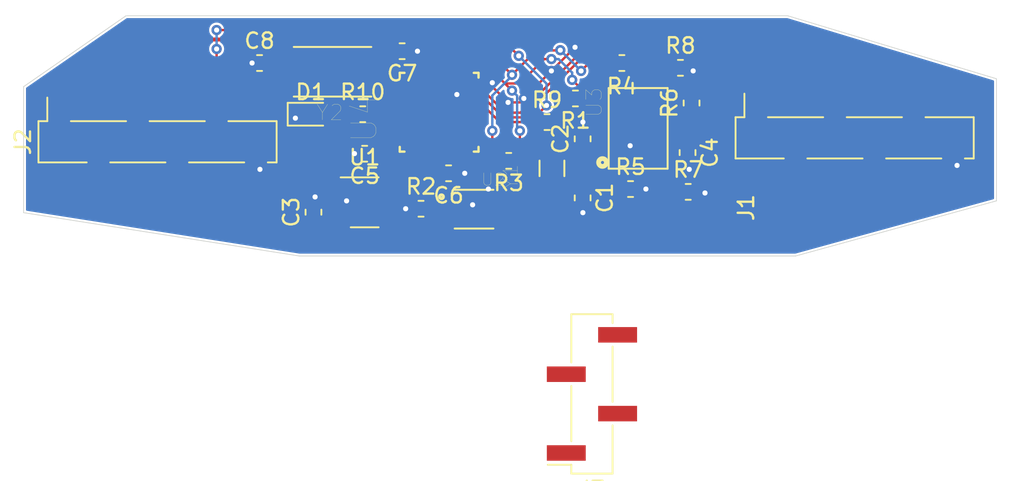
<source format=kicad_pcb>
(kicad_pcb (version 20171130) (host pcbnew "(5.1.6-0-10_14)")

  (general
    (thickness 1.6)
    (drawings 8)
    (tracks 297)
    (zones 0)
    (modules 28)
    (nets 45)
  )

  (page A4)
  (layers
    (0 F.Cu signal)
    (31 B.Cu signal)
    (32 B.Adhes user)
    (33 F.Adhes user)
    (34 B.Paste user)
    (35 F.Paste user)
    (36 B.SilkS user)
    (37 F.SilkS user hide)
    (38 B.Mask user)
    (39 F.Mask user)
    (40 Dwgs.User user)
    (41 Cmts.User user)
    (42 Eco1.User user)
    (43 Eco2.User user)
    (44 Edge.Cuts user)
    (45 Margin user)
    (46 B.CrtYd user)
    (47 F.CrtYd user)
    (48 B.Fab user)
    (49 F.Fab user hide)
  )

  (setup
    (last_trace_width 0.1524)
    (user_trace_width 0.254)
    (user_trace_width 0.508)
    (trace_clearance 0.1524)
    (zone_clearance 0.127)
    (zone_45_only no)
    (trace_min 0.1524)
    (via_size 0.6604)
    (via_drill 0.3302)
    (via_min_size 0.6604)
    (via_min_drill 0.3302)
    (uvia_size 0.3)
    (uvia_drill 0.1)
    (uvias_allowed no)
    (uvia_min_size 0.2)
    (uvia_min_drill 0.1)
    (edge_width 0.05)
    (segment_width 0.2)
    (pcb_text_width 0.3)
    (pcb_text_size 1.5 1.5)
    (mod_edge_width 0.12)
    (mod_text_size 1 1)
    (mod_text_width 0.15)
    (pad_size 1.524 1.524)
    (pad_drill 0.762)
    (pad_to_mask_clearance 0.05)
    (aux_axis_origin 0 0)
    (visible_elements FFFFFF7F)
    (pcbplotparams
      (layerselection 0x010fc_ffffffff)
      (usegerberextensions false)
      (usegerberattributes true)
      (usegerberadvancedattributes true)
      (creategerberjobfile true)
      (excludeedgelayer true)
      (linewidth 0.100000)
      (plotframeref false)
      (viasonmask false)
      (mode 1)
      (useauxorigin false)
      (hpglpennumber 1)
      (hpglpenspeed 20)
      (hpglpendiameter 15.000000)
      (psnegative false)
      (psa4output false)
      (plotreference true)
      (plotvalue true)
      (plotinvisibletext false)
      (padsonsilk false)
      (subtractmaskfromsilk false)
      (outputformat 1)
      (mirror false)
      (drillshape 1)
      (scaleselection 1)
      (outputdirectory ""))
  )

  (net 0 "")
  (net 1 GND)
  (net 2 "Net-(C1-Pad1)")
  (net 3 "Net-(C2-Pad1)")
  (net 4 +3V3)
  (net 5 VDD)
  (net 6 "Net-(C8-Pad2)")
  (net 7 SCK)
  (net 8 MISO)
  (net 9 RESET)
  (net 10 MOSI)
  (net 11 RX)
  (net 12 TX)
  (net 13 SENSOR_SDA)
  (net 14 SENSOR_SCL)
  (net 15 "Net-(C4-Pad1)")
  (net 16 "Net-(C6-Pad2)")
  (net 17 "Net-(C7-Pad2)")
  (net 18 "Net-(J1-Pad5)")
  (net 19 "Net-(J1-Pad1)")
  (net 20 "Net-(R2-Pad2)")
  (net 21 "Net-(R3-Pad2)")
  (net 22 "Net-(R5-Pad1)")
  (net 23 "Net-(R6-Pad1)")
  (net 24 "Net-(R7-Pad1)")
  (net 25 "Net-(R8-Pad1)")
  (net 26 "Net-(U1-Pad4)")
  (net 27 "Net-(U2-Pad3)")
  (net 28 "Net-(U3-Pad14)")
  (net 29 "Net-(U4-Pad32)")
  (net 30 "Net-(U4-Pad26)")
  (net 31 "Net-(U4-Pad25)")
  (net 32 "Net-(U4-Pad24)")
  (net 33 "Net-(U4-Pad23)")
  (net 34 "Net-(U4-Pad22)")
  (net 35 "Net-(U4-Pad19)")
  (net 36 "Net-(U4-Pad14)")
  (net 37 "Net-(U4-Pad13)")
  (net 38 "Net-(U4-Pad12)")
  (net 39 "Net-(U4-Pad11)")
  (net 40 "Net-(U4-Pad9)")
  (net 41 "Net-(D1-Pad2)")
  (net 42 SDA)
  (net 43 SCL)
  (net 44 "Net-(R10-Pad2)")

  (net_class Default "This is the default net class."
    (clearance 0.1524)
    (trace_width 0.1524)
    (via_dia 0.6604)
    (via_drill 0.3302)
    (uvia_dia 0.3)
    (uvia_drill 0.1)
    (add_net +3V3)
    (add_net GND)
    (add_net MISO)
    (add_net MOSI)
    (add_net "Net-(C1-Pad1)")
    (add_net "Net-(C2-Pad1)")
    (add_net "Net-(C4-Pad1)")
    (add_net "Net-(C6-Pad2)")
    (add_net "Net-(C7-Pad2)")
    (add_net "Net-(C8-Pad2)")
    (add_net "Net-(D1-Pad2)")
    (add_net "Net-(J1-Pad1)")
    (add_net "Net-(J1-Pad5)")
    (add_net "Net-(R10-Pad2)")
    (add_net "Net-(R2-Pad2)")
    (add_net "Net-(R3-Pad2)")
    (add_net "Net-(R5-Pad1)")
    (add_net "Net-(R6-Pad1)")
    (add_net "Net-(R7-Pad1)")
    (add_net "Net-(R8-Pad1)")
    (add_net "Net-(U1-Pad4)")
    (add_net "Net-(U2-Pad3)")
    (add_net "Net-(U3-Pad14)")
    (add_net "Net-(U4-Pad11)")
    (add_net "Net-(U4-Pad12)")
    (add_net "Net-(U4-Pad13)")
    (add_net "Net-(U4-Pad14)")
    (add_net "Net-(U4-Pad19)")
    (add_net "Net-(U4-Pad22)")
    (add_net "Net-(U4-Pad23)")
    (add_net "Net-(U4-Pad24)")
    (add_net "Net-(U4-Pad25)")
    (add_net "Net-(U4-Pad26)")
    (add_net "Net-(U4-Pad32)")
    (add_net "Net-(U4-Pad9)")
    (add_net RESET)
    (add_net RX)
    (add_net SCK)
    (add_net SCL)
    (add_net SDA)
    (add_net SENSOR_SCL)
    (add_net SENSOR_SDA)
    (add_net TX)
    (add_net VDD)
  )

  (net_class Power ""
    (clearance 0.508)
    (trace_width 0.508)
    (via_dia 0.6604)
    (via_drill 0.3302)
    (uvia_dia 0.3)
    (uvia_drill 0.1)
  )

  (module Resistor_SMD:R_0603_1608Metric (layer F.Cu) (tedit 5B301BBD) (tstamp 5F17B31B)
    (at 144.2975 62.992)
    (descr "Resistor SMD 0603 (1608 Metric), square (rectangular) end terminal, IPC_7351 nominal, (Body size source: http://www.tortai-tech.com/upload/download/2011102023233369053.pdf), generated with kicad-footprint-generator")
    (tags resistor)
    (path /5F17B602)
    (attr smd)
    (fp_text reference R10 (at 0 -1.43) (layer F.SilkS)
      (effects (font (size 1 1) (thickness 0.15)))
    )
    (fp_text value 100ohm (at 0 1.43) (layer F.Fab)
      (effects (font (size 1 1) (thickness 0.15)))
    )
    (fp_text user %R (at 0 0) (layer F.Fab)
      (effects (font (size 0.4 0.4) (thickness 0.06)))
    )
    (fp_line (start -0.8 0.4) (end -0.8 -0.4) (layer F.Fab) (width 0.1))
    (fp_line (start -0.8 -0.4) (end 0.8 -0.4) (layer F.Fab) (width 0.1))
    (fp_line (start 0.8 -0.4) (end 0.8 0.4) (layer F.Fab) (width 0.1))
    (fp_line (start 0.8 0.4) (end -0.8 0.4) (layer F.Fab) (width 0.1))
    (fp_line (start -0.162779 -0.51) (end 0.162779 -0.51) (layer F.SilkS) (width 0.12))
    (fp_line (start -0.162779 0.51) (end 0.162779 0.51) (layer F.SilkS) (width 0.12))
    (fp_line (start -1.48 0.73) (end -1.48 -0.73) (layer F.CrtYd) (width 0.05))
    (fp_line (start -1.48 -0.73) (end 1.48 -0.73) (layer F.CrtYd) (width 0.05))
    (fp_line (start 1.48 -0.73) (end 1.48 0.73) (layer F.CrtYd) (width 0.05))
    (fp_line (start 1.48 0.73) (end -1.48 0.73) (layer F.CrtYd) (width 0.05))
    (pad 2 smd roundrect (at 0.7875 0) (size 0.875 0.95) (layers F.Cu F.Paste F.Mask) (roundrect_rratio 0.25)
      (net 44 "Net-(R10-Pad2)"))
    (pad 1 smd roundrect (at -0.7875 0) (size 0.875 0.95) (layers F.Cu F.Paste F.Mask) (roundrect_rratio 0.25)
      (net 41 "Net-(D1-Pad2)"))
    (model ${KISYS3DMOD}/Resistor_SMD.3dshapes/R_0603_1608Metric.wrl
      (at (xyz 0 0 0))
      (scale (xyz 1 1 1))
      (rotate (xyz 0 0 0))
    )
  )

  (module Connector_PinHeader_2.54mm:PinHeader_1x04_P2.54mm_Vertical_SMD_Pin1Right (layer F.Cu) (tedit 59FED5CC) (tstamp 5F17ADE3)
    (at 159.08 81.03 180)
    (descr "surface-mounted straight pin header, 1x04, 2.54mm pitch, single row, style 2 (pin 1 right)")
    (tags "Surface mounted pin header SMD 1x04 2.54mm single row style2 pin1 right")
    (path /5F195DD2)
    (attr smd)
    (fp_text reference J3 (at 0 -6.14) (layer F.SilkS)
      (effects (font (size 1 1) (thickness 0.15)))
    )
    (fp_text value Conn_01x04_Female (at 0 6.14) (layer F.Fab)
      (effects (font (size 1 1) (thickness 0.15)))
    )
    (fp_text user %R (at 0 0 90) (layer F.Fab)
      (effects (font (size 1 1) (thickness 0.15)))
    )
    (fp_line (start 1.27 5.08) (end -1.27 5.08) (layer F.Fab) (width 0.1))
    (fp_line (start -1.27 -5.08) (end 0.32 -5.08) (layer F.Fab) (width 0.1))
    (fp_line (start 1.27 5.08) (end 1.27 -4.13) (layer F.Fab) (width 0.1))
    (fp_line (start 1.27 -4.13) (end 0.32 -5.08) (layer F.Fab) (width 0.1))
    (fp_line (start -1.27 -5.08) (end -1.27 5.08) (layer F.Fab) (width 0.1))
    (fp_line (start -1.27 -1.59) (end -2.54 -1.59) (layer F.Fab) (width 0.1))
    (fp_line (start -2.54 -1.59) (end -2.54 -0.95) (layer F.Fab) (width 0.1))
    (fp_line (start -2.54 -0.95) (end -1.27 -0.95) (layer F.Fab) (width 0.1))
    (fp_line (start -1.27 3.49) (end -2.54 3.49) (layer F.Fab) (width 0.1))
    (fp_line (start -2.54 3.49) (end -2.54 4.13) (layer F.Fab) (width 0.1))
    (fp_line (start -2.54 4.13) (end -1.27 4.13) (layer F.Fab) (width 0.1))
    (fp_line (start 1.27 -4.13) (end 2.54 -4.13) (layer F.Fab) (width 0.1))
    (fp_line (start 2.54 -4.13) (end 2.54 -3.49) (layer F.Fab) (width 0.1))
    (fp_line (start 2.54 -3.49) (end 1.27 -3.49) (layer F.Fab) (width 0.1))
    (fp_line (start 1.27 0.95) (end 2.54 0.95) (layer F.Fab) (width 0.1))
    (fp_line (start 2.54 0.95) (end 2.54 1.59) (layer F.Fab) (width 0.1))
    (fp_line (start 2.54 1.59) (end 1.27 1.59) (layer F.Fab) (width 0.1))
    (fp_line (start -1.33 -5.14) (end 1.33 -5.14) (layer F.SilkS) (width 0.12))
    (fp_line (start -1.33 5.14) (end 1.33 5.14) (layer F.SilkS) (width 0.12))
    (fp_line (start 1.33 -3.05) (end 1.33 0.51) (layer F.SilkS) (width 0.12))
    (fp_line (start 1.33 2.03) (end 1.33 5.14) (layer F.SilkS) (width 0.12))
    (fp_line (start -1.33 -5.14) (end -1.33 -2.03) (layer F.SilkS) (width 0.12))
    (fp_line (start 1.33 -4.57) (end 2.85 -4.57) (layer F.SilkS) (width 0.12))
    (fp_line (start 1.33 -5.14) (end 1.33 -4.57) (layer F.SilkS) (width 0.12))
    (fp_line (start -1.33 4.57) (end -1.33 5.14) (layer F.SilkS) (width 0.12))
    (fp_line (start -1.33 -0.51) (end -1.33 3.05) (layer F.SilkS) (width 0.12))
    (fp_line (start -3.45 -5.6) (end -3.45 5.6) (layer F.CrtYd) (width 0.05))
    (fp_line (start -3.45 5.6) (end 3.45 5.6) (layer F.CrtYd) (width 0.05))
    (fp_line (start 3.45 5.6) (end 3.45 -5.6) (layer F.CrtYd) (width 0.05))
    (fp_line (start 3.45 -5.6) (end -3.45 -5.6) (layer F.CrtYd) (width 0.05))
    (pad 3 smd rect (at 1.655 1.27 180) (size 2.51 1) (layers F.Cu F.Paste F.Mask)
      (net 42 SDA))
    (pad 1 smd rect (at 1.655 -3.81 180) (size 2.51 1) (layers F.Cu F.Paste F.Mask)
      (net 1 GND))
    (pad 4 smd rect (at -1.655 3.81 180) (size 2.51 1) (layers F.Cu F.Paste F.Mask)
      (net 4 +3V3))
    (pad 2 smd rect (at -1.655 -1.27 180) (size 2.51 1) (layers F.Cu F.Paste F.Mask)
      (net 43 SCL))
    (model ${KISYS3DMOD}/Connector_PinHeader_2.54mm.3dshapes/PinHeader_1x04_P2.54mm_Vertical_SMD_Pin1Right.wrl
      (at (xyz 0 0 0))
      (scale (xyz 1 1 1))
      (rotate (xyz 0 0 0))
    )
  )

  (module LED_SMD:LED_0603_1608Metric (layer F.Cu) (tedit 5B301BBE) (tstamp 5F17ACFC)
    (at 140.9445 62.992)
    (descr "LED SMD 0603 (1608 Metric), square (rectangular) end terminal, IPC_7351 nominal, (Body size source: http://www.tortai-tech.com/upload/download/2011102023233369053.pdf), generated with kicad-footprint-generator")
    (tags diode)
    (path /5F1784B8)
    (attr smd)
    (fp_text reference D1 (at 0 -1.43) (layer F.SilkS)
      (effects (font (size 1 1) (thickness 0.15)))
    )
    (fp_text value LED_Small (at 0 1.43) (layer F.Fab)
      (effects (font (size 1 1) (thickness 0.15)))
    )
    (fp_text user %R (at 0 0) (layer F.Fab)
      (effects (font (size 0.4 0.4) (thickness 0.06)))
    )
    (fp_line (start 0.8 -0.4) (end -0.5 -0.4) (layer F.Fab) (width 0.1))
    (fp_line (start -0.5 -0.4) (end -0.8 -0.1) (layer F.Fab) (width 0.1))
    (fp_line (start -0.8 -0.1) (end -0.8 0.4) (layer F.Fab) (width 0.1))
    (fp_line (start -0.8 0.4) (end 0.8 0.4) (layer F.Fab) (width 0.1))
    (fp_line (start 0.8 0.4) (end 0.8 -0.4) (layer F.Fab) (width 0.1))
    (fp_line (start 0.8 -0.735) (end -1.485 -0.735) (layer F.SilkS) (width 0.12))
    (fp_line (start -1.485 -0.735) (end -1.485 0.735) (layer F.SilkS) (width 0.12))
    (fp_line (start -1.485 0.735) (end 0.8 0.735) (layer F.SilkS) (width 0.12))
    (fp_line (start -1.48 0.73) (end -1.48 -0.73) (layer F.CrtYd) (width 0.05))
    (fp_line (start -1.48 -0.73) (end 1.48 -0.73) (layer F.CrtYd) (width 0.05))
    (fp_line (start 1.48 -0.73) (end 1.48 0.73) (layer F.CrtYd) (width 0.05))
    (fp_line (start 1.48 0.73) (end -1.48 0.73) (layer F.CrtYd) (width 0.05))
    (pad 2 smd roundrect (at 0.7875 0) (size 0.875 0.95) (layers F.Cu F.Paste F.Mask) (roundrect_rratio 0.25)
      (net 41 "Net-(D1-Pad2)"))
    (pad 1 smd roundrect (at -0.7875 0) (size 0.875 0.95) (layers F.Cu F.Paste F.Mask) (roundrect_rratio 0.25)
      (net 1 GND))
    (model ${KISYS3DMOD}/LED_SMD.3dshapes/LED_0603_1608Metric.wrl
      (at (xyz 0 0 0))
      (scale (xyz 1 1 1))
      (rotate (xyz 0 0 0))
    )
  )

  (module Capacitor_SMD:C_0603_1608Metric (layer F.Cu) (tedit 5B301BBE) (tstamp 5F115E53)
    (at 149.8345 66.802 180)
    (descr "Capacitor SMD 0603 (1608 Metric), square (rectangular) end terminal, IPC_7351 nominal, (Body size source: http://www.tortai-tech.com/upload/download/2011102023233369053.pdf), generated with kicad-footprint-generator")
    (tags capacitor)
    (path /5F209B08)
    (attr smd)
    (fp_text reference C6 (at 0 -1.43) (layer F.SilkS)
      (effects (font (size 1 1) (thickness 0.15)))
    )
    (fp_text value 0.1uF (at 0 1.43) (layer F.Fab)
      (effects (font (size 1 1) (thickness 0.15)))
    )
    (fp_line (start -0.8 0.4) (end -0.8 -0.4) (layer F.Fab) (width 0.1))
    (fp_line (start -0.8 -0.4) (end 0.8 -0.4) (layer F.Fab) (width 0.1))
    (fp_line (start 0.8 -0.4) (end 0.8 0.4) (layer F.Fab) (width 0.1))
    (fp_line (start 0.8 0.4) (end -0.8 0.4) (layer F.Fab) (width 0.1))
    (fp_line (start -0.162779 -0.51) (end 0.162779 -0.51) (layer F.SilkS) (width 0.12))
    (fp_line (start -0.162779 0.51) (end 0.162779 0.51) (layer F.SilkS) (width 0.12))
    (fp_line (start -1.48 0.73) (end -1.48 -0.73) (layer F.CrtYd) (width 0.05))
    (fp_line (start -1.48 -0.73) (end 1.48 -0.73) (layer F.CrtYd) (width 0.05))
    (fp_line (start 1.48 -0.73) (end 1.48 0.73) (layer F.CrtYd) (width 0.05))
    (fp_line (start 1.48 0.73) (end -1.48 0.73) (layer F.CrtYd) (width 0.05))
    (fp_text user %R (at 0 0) (layer F.Fab)
      (effects (font (size 0.4 0.4) (thickness 0.06)))
    )
    (pad 2 smd roundrect (at 0.7875 0 180) (size 0.875 0.95) (layers F.Cu F.Paste F.Mask) (roundrect_rratio 0.25)
      (net 16 "Net-(C6-Pad2)"))
    (pad 1 smd roundrect (at -0.7875 0 180) (size 0.875 0.95) (layers F.Cu F.Paste F.Mask) (roundrect_rratio 0.25)
      (net 1 GND))
    (model ${KISYS3DMOD}/Capacitor_SMD.3dshapes/C_0603_1608Metric.wrl
      (at (xyz 0 0 0))
      (scale (xyz 1 1 1))
      (rotate (xyz 0 0 0))
    )
  )

  (module BNO055:LGA28R50P4X10_380X520X100 (layer F.Cu) (tedit 5F0F97D8) (tstamp 5F116B6D)
    (at 162.06 63.905 90)
    (path /5F14966A)
    (fp_text reference U3 (at 1.67669 -2.83785 90) (layer F.SilkS)
      (effects (font (size 1.001008 1.001008) (thickness 0.015)))
    )
    (fp_text value BNO055 (at 13.192115 2.668465 90) (layer F.Fab)
      (effects (font (size 1.001299 1.001299) (thickness 0.015)))
    )
    (fp_line (start -2.6 -1.9) (end -2.6 1.9) (layer F.SilkS) (width 0.127))
    (fp_line (start -2.6 1.9) (end 2.6 1.9) (layer F.SilkS) (width 0.127))
    (fp_line (start 2.6 1.9) (end 2.6 -1.9) (layer F.SilkS) (width 0.127))
    (fp_line (start 2.6 -1.9) (end -2.6 -1.9) (layer F.SilkS) (width 0.127))
    (fp_line (start -2.9 -2.2) (end 2.9 -2.2) (layer F.CrtYd) (width 0.127))
    (fp_line (start 2.9 -2.2) (end 2.9 2.2) (layer F.CrtYd) (width 0.127))
    (fp_line (start 2.9 2.2) (end -2.9 2.2) (layer F.CrtYd) (width 0.127))
    (fp_line (start -2.9 2.2) (end -2.9 -2.2) (layer F.CrtYd) (width 0.127))
    (fp_circle (center -2.2 -2.3) (end -2.1 -2.3) (layer F.SilkS) (width 0.3048))
    (pad 28 smd rect (at -1.75 -1.5625 90) (size 0.3 0.525) (layers F.Cu F.Paste F.Mask)
      (net 4 +3V3))
    (pad 27 smd rect (at -1.25 -1.5625 90) (size 0.3 0.525) (layers F.Cu F.Paste F.Mask)
      (net 2 "Net-(C1-Pad1)"))
    (pad 26 smd rect (at -0.75 -1.5625 90) (size 0.3 0.525) (layers F.Cu F.Paste F.Mask)
      (net 3 "Net-(C2-Pad1)"))
    (pad 25 smd rect (at -0.25 -1.5625 90) (size 0.3 0.525) (layers F.Cu F.Paste F.Mask)
      (net 1 GND))
    (pad 24 smd rect (at 0.25 -1.5625 90) (size 0.3 0.525) (layers F.Cu F.Paste F.Mask))
    (pad 23 smd rect (at 0.75 -1.5625 90) (size 0.3 0.525) (layers F.Cu F.Paste F.Mask))
    (pad 22 smd rect (at 1.25 -1.5625 90) (size 0.3 0.525) (layers F.Cu F.Paste F.Mask))
    (pad 21 smd rect (at 1.75 -1.5625 90) (size 0.3 0.525) (layers F.Cu F.Paste F.Mask))
    (pad 20 smd rect (at 2.25 -1.5625 90) (size 0.3 0.525) (layers F.Cu F.Paste F.Mask)
      (net 13 SENSOR_SDA))
    (pad 19 smd rect (at 2.3125 -0.75 90) (size 0.425 0.3) (layers F.Cu F.Paste F.Mask)
      (net 14 SENSOR_SCL))
    (pad 18 smd rect (at 2.3125 -0.25 90) (size 0.425 0.3) (layers F.Cu F.Paste F.Mask)
      (net 1 GND))
    (pad 17 smd rect (at 2.3125 0.25 90) (size 0.425 0.3) (layers F.Cu F.Paste F.Mask)
      (net 25 "Net-(R8-Pad1)"))
    (pad 16 smd rect (at 2.3125 0.75 90) (size 0.425 0.3) (layers F.Cu F.Paste F.Mask)
      (net 1 GND))
    (pad 15 smd rect (at 2.25 1.5625 90) (size 0.3 0.525) (layers F.Cu F.Paste F.Mask)
      (net 1 GND))
    (pad 14 smd rect (at 1.75 1.5625 90) (size 0.3 0.525) (layers F.Cu F.Paste F.Mask)
      (net 28 "Net-(U3-Pad14)"))
    (pad 13 smd rect (at 1.25 1.5625 90) (size 0.3 0.525) (layers F.Cu F.Paste F.Mask))
    (pad 12 smd rect (at 0.75 1.5625 90) (size 0.3 0.525) (layers F.Cu F.Paste F.Mask))
    (pad 11 smd rect (at 0.25 1.5625 90) (size 0.3 0.525) (layers F.Cu F.Paste F.Mask)
      (net 23 "Net-(R6-Pad1)"))
    (pad 10 smd rect (at -0.25 1.5625 90) (size 0.3 0.525) (layers F.Cu F.Paste F.Mask)
      (net 1 GND))
    (pad 9 smd rect (at -0.75 1.5625 90) (size 0.3 0.525) (layers F.Cu F.Paste F.Mask)
      (net 15 "Net-(C4-Pad1)"))
    (pad 8 smd rect (at -1.25 1.5625 90) (size 0.3 0.525) (layers F.Cu F.Paste F.Mask))
    (pad 7 smd rect (at -1.75 1.5625 90) (size 0.3 0.525) (layers F.Cu F.Paste F.Mask))
    (pad 6 smd rect (at -2.25 1.5625 90) (size 0.3 0.525) (layers F.Cu F.Paste F.Mask)
      (net 24 "Net-(R7-Pad1)"))
    (pad 5 smd rect (at -2.3125 0.75 90) (size 0.425 0.3) (layers F.Cu F.Paste F.Mask)
      (net 22 "Net-(R5-Pad1)"))
    (pad 4 smd rect (at -2.3125 0.25 90) (size 0.425 0.3) (layers F.Cu F.Paste F.Mask)
      (net 4 +3V3))
    (pad 3 smd rect (at -2.3125 -0.25 90) (size 0.425 0.3) (layers F.Cu F.Paste F.Mask)
      (net 4 +3V3))
    (pad 2 smd rect (at -2.3125 -0.75 90) (size 0.425 0.3) (layers F.Cu F.Paste F.Mask)
      (net 1 GND))
    (pad 1 smd rect (at -2.25 -1.5625 90) (size 0.3 0.525) (layers F.Cu F.Paste F.Mask))
  )

  (module ATMEGA328P-MUR:QFN50P500X500X100-33N (layer F.Cu) (tedit 5F0F9549) (tstamp 5F115FEB)
    (at 149.225 62.865 270)
    (path /5F13D13D)
    (fp_text reference U4 (at 0.381605 4.833865 90) (layer F.SilkS)
      (effects (font (size 1.642669 1.642669) (thickness 0.015)))
    )
    (fp_text value ATMEGA328P-MUR (at 18.435055 -5.492385 90) (layer F.Fab)
      (effects (font (size 1.641787 1.641787) (thickness 0.015)))
    )
    (fp_line (start 2.54 -2.2352) (end 2.54 -2.54) (layer F.SilkS) (width 0.1524))
    (fp_line (start 2.2352 2.54) (end 2.54 2.54) (layer F.SilkS) (width 0.1524))
    (fp_line (start -2.54 2.2352) (end -2.54 2.54) (layer F.SilkS) (width 0.1524))
    (fp_line (start -2.2352 -2.54) (end -2.54 -2.54) (layer F.SilkS) (width 0.1524))
    (fp_line (start -2.54 2.54) (end -2.2352 2.54) (layer F.SilkS) (width 0.1524))
    (fp_line (start 2.54 2.54) (end 2.54 2.2352) (layer F.SilkS) (width 0.1524))
    (fp_line (start 2.54 -2.54) (end 2.2352 -2.54) (layer F.SilkS) (width 0.1524))
    (fp_line (start -2.54 -2.54) (end -2.54 -2.2352) (layer F.SilkS) (width 0.1524))
    (fp_line (start -2.54 -1.27) (end -1.27 -2.54) (layer F.Fab) (width 0.1))
    (fp_line (start 1.905 -2.54) (end 1.6002 -2.54) (layer F.Fab) (width 0.1))
    (fp_line (start 1.397 -2.54) (end 1.0922 -2.54) (layer F.Fab) (width 0.1))
    (fp_line (start 0.889 -2.54) (end 0.6096 -2.54) (layer F.Fab) (width 0.1))
    (fp_line (start 0.4064 -2.54) (end 0.1016 -2.54) (layer F.Fab) (width 0.1))
    (fp_line (start -0.1016 -2.54) (end -0.4064 -2.54) (layer F.Fab) (width 0.1))
    (fp_line (start -0.6096 -2.54) (end -0.889 -2.54) (layer F.Fab) (width 0.1))
    (fp_line (start -1.0922 -2.54) (end -1.397 -2.54) (layer F.Fab) (width 0.1))
    (fp_line (start -1.6002 -2.54) (end -1.905 -2.54) (layer F.Fab) (width 0.1))
    (fp_line (start -2.54 -1.905) (end -2.54 -1.6002) (layer F.Fab) (width 0.1))
    (fp_line (start -2.54 -1.397) (end -2.54 -1.0922) (layer F.Fab) (width 0.1))
    (fp_line (start -2.54 -0.889) (end -2.54 -0.6096) (layer F.Fab) (width 0.1))
    (fp_line (start -2.54 -0.4064) (end -2.54 -0.1016) (layer F.Fab) (width 0.1))
    (fp_line (start -2.54 0.1016) (end -2.54 0.4064) (layer F.Fab) (width 0.1))
    (fp_line (start -2.54 0.6096) (end -2.54 0.889) (layer F.Fab) (width 0.1))
    (fp_line (start -2.54 1.0922) (end -2.54 1.397) (layer F.Fab) (width 0.1))
    (fp_line (start -2.54 1.6002) (end -2.54 1.905) (layer F.Fab) (width 0.1))
    (fp_line (start -1.905 2.54) (end -1.6002 2.54) (layer F.Fab) (width 0.1))
    (fp_line (start -1.397 2.54) (end -1.0922 2.54) (layer F.Fab) (width 0.1))
    (fp_line (start -0.889 2.54) (end -0.6096 2.54) (layer F.Fab) (width 0.1))
    (fp_line (start -0.4064 2.54) (end -0.1016 2.54) (layer F.Fab) (width 0.1))
    (fp_line (start 0.1016 2.54) (end 0.4064 2.54) (layer F.Fab) (width 0.1))
    (fp_line (start 0.6096 2.54) (end 0.889 2.54) (layer F.Fab) (width 0.1))
    (fp_line (start 1.0922 2.54) (end 1.397 2.54) (layer F.Fab) (width 0.1))
    (fp_line (start 1.6002 2.54) (end 1.905 2.54) (layer F.Fab) (width 0.1))
    (fp_line (start 2.54 1.905) (end 2.54 1.6002) (layer F.Fab) (width 0.1))
    (fp_line (start 2.54 1.397) (end 2.54 1.0922) (layer F.Fab) (width 0.1))
    (fp_line (start 2.54 0.889) (end 2.54 0.6096) (layer F.Fab) (width 0.1))
    (fp_line (start 2.54 0.4064) (end 2.54 0.1016) (layer F.Fab) (width 0.1))
    (fp_line (start 2.54 -0.1016) (end 2.54 -0.4064) (layer F.Fab) (width 0.1))
    (fp_line (start 2.54 -0.6096) (end 2.54 -0.889) (layer F.Fab) (width 0.1))
    (fp_line (start 2.54 -1.0922) (end 2.54 -1.397) (layer F.Fab) (width 0.1))
    (fp_line (start 2.54 -1.6002) (end 2.54 -1.905) (layer F.Fab) (width 0.1))
    (fp_line (start -2.54 2.54) (end 2.54 2.54) (layer F.Fab) (width 0.1))
    (fp_line (start 2.54 2.54) (end 2.54 -2.54) (layer F.Fab) (width 0.1))
    (fp_line (start 2.54 -2.54) (end -2.54 -2.54) (layer F.Fab) (width 0.1))
    (fp_line (start -2.54 -2.54) (end -2.54 2.54) (layer F.Fab) (width 0.1))
    (pad 33 smd rect (at 0 0 270) (size 3.2512 3.2512) (layers F.Cu F.Paste F.Mask)
      (net 1 GND))
    (pad 32 smd rect (at -1.7526 -2.4638 270) (size 0.3048 0.8128) (layers F.Cu F.Paste F.Mask)
      (net 29 "Net-(U4-Pad32)"))
    (pad 31 smd rect (at -1.2446 -2.4638 270) (size 0.3048 0.8128) (layers F.Cu F.Paste F.Mask)
      (net 12 TX))
    (pad 30 smd rect (at -0.762 -2.4638 270) (size 0.3048 0.8128) (layers F.Cu F.Paste F.Mask)
      (net 11 RX))
    (pad 29 smd rect (at -0.254 -2.4638 270) (size 0.3048 0.8128) (layers F.Cu F.Paste F.Mask)
      (net 9 RESET))
    (pad 28 smd rect (at 0.254 -2.4638 270) (size 0.3048 0.8128) (layers F.Cu F.Paste F.Mask)
      (net 43 SCL))
    (pad 27 smd rect (at 0.762 -2.4638 270) (size 0.3048 0.8128) (layers F.Cu F.Paste F.Mask)
      (net 42 SDA))
    (pad 26 smd rect (at 1.2446 -2.4638 270) (size 0.3048 0.8128) (layers F.Cu F.Paste F.Mask)
      (net 30 "Net-(U4-Pad26)"))
    (pad 25 smd rect (at 1.7526 -2.4638 270) (size 0.3048 0.8128) (layers F.Cu F.Paste F.Mask)
      (net 31 "Net-(U4-Pad25)"))
    (pad 24 smd rect (at 2.4638 -1.7526 270) (size 0.8128 0.3048) (layers F.Cu F.Paste F.Mask)
      (net 32 "Net-(U4-Pad24)"))
    (pad 23 smd rect (at 2.4638 -1.2446 270) (size 0.8128 0.3048) (layers F.Cu F.Paste F.Mask)
      (net 33 "Net-(U4-Pad23)"))
    (pad 22 smd rect (at 2.4638 -0.762 270) (size 0.8128 0.3048) (layers F.Cu F.Paste F.Mask)
      (net 34 "Net-(U4-Pad22)"))
    (pad 21 smd rect (at 2.4638 -0.254 270) (size 0.8128 0.3048) (layers F.Cu F.Paste F.Mask)
      (net 1 GND))
    (pad 20 smd rect (at 2.4638 0.254 270) (size 0.8128 0.3048) (layers F.Cu F.Paste F.Mask)
      (net 16 "Net-(C6-Pad2)"))
    (pad 19 smd rect (at 2.4638 0.762 270) (size 0.8128 0.3048) (layers F.Cu F.Paste F.Mask)
      (net 35 "Net-(U4-Pad19)"))
    (pad 18 smd rect (at 2.4638 1.2446 270) (size 0.8128 0.3048) (layers F.Cu F.Paste F.Mask)
      (net 4 +3V3))
    (pad 17 smd rect (at 2.4638 1.7526 270) (size 0.8128 0.3048) (layers F.Cu F.Paste F.Mask)
      (net 7 SCK))
    (pad 16 smd rect (at 1.7526 2.4638 270) (size 0.3048 0.8128) (layers F.Cu F.Paste F.Mask)
      (net 8 MISO))
    (pad 15 smd rect (at 1.2446 2.4638 270) (size 0.3048 0.8128) (layers F.Cu F.Paste F.Mask)
      (net 10 MOSI))
    (pad 14 smd rect (at 0.762 2.4638 270) (size 0.3048 0.8128) (layers F.Cu F.Paste F.Mask)
      (net 36 "Net-(U4-Pad14)"))
    (pad 13 smd rect (at 0.254 2.4638 270) (size 0.3048 0.8128) (layers F.Cu F.Paste F.Mask)
      (net 37 "Net-(U4-Pad13)"))
    (pad 12 smd rect (at -0.254 2.4638 270) (size 0.3048 0.8128) (layers F.Cu F.Paste F.Mask)
      (net 38 "Net-(U4-Pad12)"))
    (pad 11 smd rect (at -0.762 2.4638 270) (size 0.3048 0.8128) (layers F.Cu F.Paste F.Mask)
      (net 39 "Net-(U4-Pad11)"))
    (pad 10 smd rect (at -1.2446 2.4638 270) (size 0.3048 0.8128) (layers F.Cu F.Paste F.Mask)
      (net 44 "Net-(R10-Pad2)"))
    (pad 9 smd rect (at -1.7526 2.4638 270) (size 0.3048 0.8128) (layers F.Cu F.Paste F.Mask)
      (net 40 "Net-(U4-Pad9)"))
    (pad 8 smd rect (at -2.4638 1.7526 270) (size 0.8128 0.3048) (layers F.Cu F.Paste F.Mask)
      (net 6 "Net-(C8-Pad2)"))
    (pad 7 smd rect (at -2.4638 1.2446 270) (size 0.8128 0.3048) (layers F.Cu F.Paste F.Mask)
      (net 17 "Net-(C7-Pad2)"))
    (pad 6 smd rect (at -2.4638 0.762 270) (size 0.8128 0.3048) (layers F.Cu F.Paste F.Mask)
      (net 4 +3V3))
    (pad 5 smd rect (at -2.4638 0.254 270) (size 0.8128 0.3048) (layers F.Cu F.Paste F.Mask)
      (net 1 GND))
    (pad 4 smd rect (at -2.4638 -0.254 270) (size 0.8128 0.3048) (layers F.Cu F.Paste F.Mask)
      (net 4 +3V3))
    (pad 3 smd rect (at -2.4638 -0.762 270) (size 0.8128 0.3048) (layers F.Cu F.Paste F.Mask)
      (net 1 GND))
    (pad 2 smd rect (at -2.4638 -1.2446 270) (size 0.8128 0.3048) (layers F.Cu F.Paste F.Mask)
      (net 14 SENSOR_SCL))
    (pad 1 smd rect (at -2.4638 -1.7526 270) (size 0.8128 0.3048) (layers F.Cu F.Paste F.Mask)
      (net 13 SENSOR_SDA))
  )

  (module Package_TO_SOT_SMD:SOT-23-5 (layer F.Cu) (tedit 5A02FF57) (tstamp 5F12DF98)
    (at 144.422 68.675)
    (descr "5-pin SOT23 package")
    (tags SOT-23-5)
    (path /5F1E2D2C)
    (attr smd)
    (fp_text reference U1 (at 0 -2.9) (layer F.SilkS)
      (effects (font (size 1 1) (thickness 0.15)))
    )
    (fp_text value MIC5205-3.3YM5 (at 0 2.9) (layer F.Fab)
      (effects (font (size 1 1) (thickness 0.15)))
    )
    (fp_line (start -0.9 1.61) (end 0.9 1.61) (layer F.SilkS) (width 0.12))
    (fp_line (start 0.9 -1.61) (end -1.55 -1.61) (layer F.SilkS) (width 0.12))
    (fp_line (start -1.9 -1.8) (end 1.9 -1.8) (layer F.CrtYd) (width 0.05))
    (fp_line (start 1.9 -1.8) (end 1.9 1.8) (layer F.CrtYd) (width 0.05))
    (fp_line (start 1.9 1.8) (end -1.9 1.8) (layer F.CrtYd) (width 0.05))
    (fp_line (start -1.9 1.8) (end -1.9 -1.8) (layer F.CrtYd) (width 0.05))
    (fp_line (start -0.9 -0.9) (end -0.25 -1.55) (layer F.Fab) (width 0.1))
    (fp_line (start 0.9 -1.55) (end -0.25 -1.55) (layer F.Fab) (width 0.1))
    (fp_line (start -0.9 -0.9) (end -0.9 1.55) (layer F.Fab) (width 0.1))
    (fp_line (start 0.9 1.55) (end -0.9 1.55) (layer F.Fab) (width 0.1))
    (fp_line (start 0.9 -1.55) (end 0.9 1.55) (layer F.Fab) (width 0.1))
    (fp_text user %R (at 0 0 90) (layer F.Fab)
      (effects (font (size 0.5 0.5) (thickness 0.075)))
    )
    (pad 5 smd rect (at 1.1 -0.95) (size 1.06 0.65) (layers F.Cu F.Paste F.Mask)
      (net 4 +3V3))
    (pad 4 smd rect (at 1.1 0.95) (size 1.06 0.65) (layers F.Cu F.Paste F.Mask)
      (net 26 "Net-(U1-Pad4)"))
    (pad 3 smd rect (at -1.1 0.95) (size 1.06 0.65) (layers F.Cu F.Paste F.Mask)
      (net 5 VDD))
    (pad 2 smd rect (at -1.1 0) (size 1.06 0.65) (layers F.Cu F.Paste F.Mask)
      (net 1 GND))
    (pad 1 smd rect (at -1.1 -0.95) (size 1.06 0.65) (layers F.Cu F.Paste F.Mask)
      (net 5 VDD))
    (model ${KISYS3DMOD}/Package_TO_SOT_SMD.3dshapes/SOT-23-5.wrl
      (at (xyz 0 0 0))
      (scale (xyz 1 1 1))
      (rotate (xyz 0 0 0))
    )
  )

  (module Resistor_SMD:R_0603_1608Metric (layer F.Cu) (tedit 5B301BBD) (tstamp 5F128DA7)
    (at 165.505 62.27 90)
    (descr "Resistor SMD 0603 (1608 Metric), square (rectangular) end terminal, IPC_7351 nominal, (Body size source: http://www.tortai-tech.com/upload/download/2011102023233369053.pdf), generated with kicad-footprint-generator")
    (tags resistor)
    (path /5F15D01C)
    (attr smd)
    (fp_text reference R6 (at 0 -1.43 90) (layer F.SilkS)
      (effects (font (size 1 1) (thickness 0.15)))
    )
    (fp_text value 10K (at 0 1.43 90) (layer F.Fab)
      (effects (font (size 1 1) (thickness 0.15)))
    )
    (fp_line (start -0.8 0.4) (end -0.8 -0.4) (layer F.Fab) (width 0.1))
    (fp_line (start -0.8 -0.4) (end 0.8 -0.4) (layer F.Fab) (width 0.1))
    (fp_line (start 0.8 -0.4) (end 0.8 0.4) (layer F.Fab) (width 0.1))
    (fp_line (start 0.8 0.4) (end -0.8 0.4) (layer F.Fab) (width 0.1))
    (fp_line (start -0.162779 -0.51) (end 0.162779 -0.51) (layer F.SilkS) (width 0.12))
    (fp_line (start -0.162779 0.51) (end 0.162779 0.51) (layer F.SilkS) (width 0.12))
    (fp_line (start -1.48 0.73) (end -1.48 -0.73) (layer F.CrtYd) (width 0.05))
    (fp_line (start -1.48 -0.73) (end 1.48 -0.73) (layer F.CrtYd) (width 0.05))
    (fp_line (start 1.48 -0.73) (end 1.48 0.73) (layer F.CrtYd) (width 0.05))
    (fp_line (start 1.48 0.73) (end -1.48 0.73) (layer F.CrtYd) (width 0.05))
    (fp_text user %R (at 0 0 90) (layer F.Fab)
      (effects (font (size 0.4 0.4) (thickness 0.06)))
    )
    (pad 2 smd roundrect (at 0.7875 0 90) (size 0.875 0.95) (layers F.Cu F.Paste F.Mask) (roundrect_rratio 0.25)
      (net 4 +3V3))
    (pad 1 smd roundrect (at -0.7875 0 90) (size 0.875 0.95) (layers F.Cu F.Paste F.Mask) (roundrect_rratio 0.25)
      (net 23 "Net-(R6-Pad1)"))
    (model ${KISYS3DMOD}/Resistor_SMD.3dshapes/R_0603_1608Metric.wrl
      (at (xyz 0 0 0))
      (scale (xyz 1 1 1))
      (rotate (xyz 0 0 0))
    )
  )

  (module Resistor_SMD:R_0603_1608Metric (layer F.Cu) (tedit 5B301BBD) (tstamp 5F115EE8)
    (at 161.5695 67.818)
    (descr "Resistor SMD 0603 (1608 Metric), square (rectangular) end terminal, IPC_7351 nominal, (Body size source: http://www.tortai-tech.com/upload/download/2011102023233369053.pdf), generated with kicad-footprint-generator")
    (tags resistor)
    (path /5F152935)
    (attr smd)
    (fp_text reference R5 (at 0 -1.43) (layer F.SilkS)
      (effects (font (size 1 1) (thickness 0.15)))
    )
    (fp_text value 10K (at 0 1.43) (layer F.Fab)
      (effects (font (size 1 1) (thickness 0.15)))
    )
    (fp_line (start -0.8 0.4) (end -0.8 -0.4) (layer F.Fab) (width 0.1))
    (fp_line (start -0.8 -0.4) (end 0.8 -0.4) (layer F.Fab) (width 0.1))
    (fp_line (start 0.8 -0.4) (end 0.8 0.4) (layer F.Fab) (width 0.1))
    (fp_line (start 0.8 0.4) (end -0.8 0.4) (layer F.Fab) (width 0.1))
    (fp_line (start -0.162779 -0.51) (end 0.162779 -0.51) (layer F.SilkS) (width 0.12))
    (fp_line (start -0.162779 0.51) (end 0.162779 0.51) (layer F.SilkS) (width 0.12))
    (fp_line (start -1.48 0.73) (end -1.48 -0.73) (layer F.CrtYd) (width 0.05))
    (fp_line (start -1.48 -0.73) (end 1.48 -0.73) (layer F.CrtYd) (width 0.05))
    (fp_line (start 1.48 -0.73) (end 1.48 0.73) (layer F.CrtYd) (width 0.05))
    (fp_line (start 1.48 0.73) (end -1.48 0.73) (layer F.CrtYd) (width 0.05))
    (fp_text user %R (at 0 0) (layer F.Fab)
      (effects (font (size 0.4 0.4) (thickness 0.06)))
    )
    (pad 2 smd roundrect (at 0.7875 0) (size 0.875 0.95) (layers F.Cu F.Paste F.Mask) (roundrect_rratio 0.25)
      (net 1 GND))
    (pad 1 smd roundrect (at -0.7875 0) (size 0.875 0.95) (layers F.Cu F.Paste F.Mask) (roundrect_rratio 0.25)
      (net 22 "Net-(R5-Pad1)"))
    (model ${KISYS3DMOD}/Resistor_SMD.3dshapes/R_0603_1608Metric.wrl
      (at (xyz 0 0 0))
      (scale (xyz 1 1 1))
      (rotate (xyz 0 0 0))
    )
  )

  (module Capacitor_SMD:C_0603_1608Metric (layer F.Cu) (tedit 5B301BBE) (tstamp 5F1282D6)
    (at 137.6425 59.69)
    (descr "Capacitor SMD 0603 (1608 Metric), square (rectangular) end terminal, IPC_7351 nominal, (Body size source: http://www.tortai-tech.com/upload/download/2011102023233369053.pdf), generated with kicad-footprint-generator")
    (tags capacitor)
    (path /5F24F705)
    (attr smd)
    (fp_text reference C8 (at 0 -1.43) (layer F.SilkS)
      (effects (font (size 1 1) (thickness 0.15)))
    )
    (fp_text value 22pF (at 0 1.43) (layer F.Fab)
      (effects (font (size 1 1) (thickness 0.15)))
    )
    (fp_line (start -0.8 0.4) (end -0.8 -0.4) (layer F.Fab) (width 0.1))
    (fp_line (start -0.8 -0.4) (end 0.8 -0.4) (layer F.Fab) (width 0.1))
    (fp_line (start 0.8 -0.4) (end 0.8 0.4) (layer F.Fab) (width 0.1))
    (fp_line (start 0.8 0.4) (end -0.8 0.4) (layer F.Fab) (width 0.1))
    (fp_line (start -0.162779 -0.51) (end 0.162779 -0.51) (layer F.SilkS) (width 0.12))
    (fp_line (start -0.162779 0.51) (end 0.162779 0.51) (layer F.SilkS) (width 0.12))
    (fp_line (start -1.48 0.73) (end -1.48 -0.73) (layer F.CrtYd) (width 0.05))
    (fp_line (start -1.48 -0.73) (end 1.48 -0.73) (layer F.CrtYd) (width 0.05))
    (fp_line (start 1.48 -0.73) (end 1.48 0.73) (layer F.CrtYd) (width 0.05))
    (fp_line (start 1.48 0.73) (end -1.48 0.73) (layer F.CrtYd) (width 0.05))
    (fp_text user %R (at 0 0) (layer F.Fab)
      (effects (font (size 0.4 0.4) (thickness 0.06)))
    )
    (pad 2 smd roundrect (at 0.7875 0) (size 0.875 0.95) (layers F.Cu F.Paste F.Mask) (roundrect_rratio 0.25)
      (net 6 "Net-(C8-Pad2)"))
    (pad 1 smd roundrect (at -0.7875 0) (size 0.875 0.95) (layers F.Cu F.Paste F.Mask) (roundrect_rratio 0.25)
      (net 1 GND))
    (model ${KISYS3DMOD}/Capacitor_SMD.3dshapes/C_0603_1608Metric.wrl
      (at (xyz 0 0 0))
      (scale (xyz 1 1 1))
      (rotate (xyz 0 0 0))
    )
  )

  (module Capacitor_SMD:C_0603_1608Metric (layer F.Cu) (tedit 5B301BBE) (tstamp 5F128306)
    (at 146.8375 58.928 180)
    (descr "Capacitor SMD 0603 (1608 Metric), square (rectangular) end terminal, IPC_7351 nominal, (Body size source: http://www.tortai-tech.com/upload/download/2011102023233369053.pdf), generated with kicad-footprint-generator")
    (tags capacitor)
    (path /5F24E6F1)
    (attr smd)
    (fp_text reference C7 (at 0 -1.43) (layer F.SilkS)
      (effects (font (size 1 1) (thickness 0.15)))
    )
    (fp_text value 22pF (at 0 1.43) (layer F.Fab)
      (effects (font (size 1 1) (thickness 0.15)))
    )
    (fp_line (start -0.8 0.4) (end -0.8 -0.4) (layer F.Fab) (width 0.1))
    (fp_line (start -0.8 -0.4) (end 0.8 -0.4) (layer F.Fab) (width 0.1))
    (fp_line (start 0.8 -0.4) (end 0.8 0.4) (layer F.Fab) (width 0.1))
    (fp_line (start 0.8 0.4) (end -0.8 0.4) (layer F.Fab) (width 0.1))
    (fp_line (start -0.162779 -0.51) (end 0.162779 -0.51) (layer F.SilkS) (width 0.12))
    (fp_line (start -0.162779 0.51) (end 0.162779 0.51) (layer F.SilkS) (width 0.12))
    (fp_line (start -1.48 0.73) (end -1.48 -0.73) (layer F.CrtYd) (width 0.05))
    (fp_line (start -1.48 -0.73) (end 1.48 -0.73) (layer F.CrtYd) (width 0.05))
    (fp_line (start 1.48 -0.73) (end 1.48 0.73) (layer F.CrtYd) (width 0.05))
    (fp_line (start 1.48 0.73) (end -1.48 0.73) (layer F.CrtYd) (width 0.05))
    (fp_text user %R (at 0 0) (layer F.Fab)
      (effects (font (size 0.4 0.4) (thickness 0.06)))
    )
    (pad 2 smd roundrect (at 0.7875 0 180) (size 0.875 0.95) (layers F.Cu F.Paste F.Mask) (roundrect_rratio 0.25)
      (net 17 "Net-(C7-Pad2)"))
    (pad 1 smd roundrect (at -0.7875 0 180) (size 0.875 0.95) (layers F.Cu F.Paste F.Mask) (roundrect_rratio 0.25)
      (net 1 GND))
    (model ${KISYS3DMOD}/Capacitor_SMD.3dshapes/C_0603_1608Metric.wrl
      (at (xyz 0 0 0))
      (scale (xyz 1 1 1))
      (rotate (xyz 0 0 0))
    )
  )

  (module Capacitor_SMD:C_0603_1608Metric (layer F.Cu) (tedit 5B301BBE) (tstamp 5F12DF64)
    (at 144.422 65.54 180)
    (descr "Capacitor SMD 0603 (1608 Metric), square (rectangular) end terminal, IPC_7351 nominal, (Body size source: http://www.tortai-tech.com/upload/download/2011102023233369053.pdf), generated with kicad-footprint-generator")
    (tags capacitor)
    (path /5F1EE30D)
    (attr smd)
    (fp_text reference C5 (at 0 -1.43) (layer F.SilkS)
      (effects (font (size 1 1) (thickness 0.15)))
    )
    (fp_text value 10uF (at 0 1.43) (layer F.Fab)
      (effects (font (size 1 1) (thickness 0.15)))
    )
    (fp_line (start -0.8 0.4) (end -0.8 -0.4) (layer F.Fab) (width 0.1))
    (fp_line (start -0.8 -0.4) (end 0.8 -0.4) (layer F.Fab) (width 0.1))
    (fp_line (start 0.8 -0.4) (end 0.8 0.4) (layer F.Fab) (width 0.1))
    (fp_line (start 0.8 0.4) (end -0.8 0.4) (layer F.Fab) (width 0.1))
    (fp_line (start -0.162779 -0.51) (end 0.162779 -0.51) (layer F.SilkS) (width 0.12))
    (fp_line (start -0.162779 0.51) (end 0.162779 0.51) (layer F.SilkS) (width 0.12))
    (fp_line (start -1.48 0.73) (end -1.48 -0.73) (layer F.CrtYd) (width 0.05))
    (fp_line (start -1.48 -0.73) (end 1.48 -0.73) (layer F.CrtYd) (width 0.05))
    (fp_line (start 1.48 -0.73) (end 1.48 0.73) (layer F.CrtYd) (width 0.05))
    (fp_line (start 1.48 0.73) (end -1.48 0.73) (layer F.CrtYd) (width 0.05))
    (fp_text user %R (at 0 0) (layer F.Fab)
      (effects (font (size 0.4 0.4) (thickness 0.06)))
    )
    (pad 2 smd roundrect (at 0.7875 0 180) (size 0.875 0.95) (layers F.Cu F.Paste F.Mask) (roundrect_rratio 0.25)
      (net 1 GND))
    (pad 1 smd roundrect (at -0.7875 0 180) (size 0.875 0.95) (layers F.Cu F.Paste F.Mask) (roundrect_rratio 0.25)
      (net 4 +3V3))
    (model ${KISYS3DMOD}/Capacitor_SMD.3dshapes/C_0603_1608Metric.wrl
      (at (xyz 0 0 0))
      (scale (xyz 1 1 1))
      (rotate (xyz 0 0 0))
    )
  )

  (module Capacitor_SMD:C_0603_1608Metric (layer F.Cu) (tedit 5B301BBE) (tstamp 5F12DF34)
    (at 141.12 69.31 90)
    (descr "Capacitor SMD 0603 (1608 Metric), square (rectangular) end terminal, IPC_7351 nominal, (Body size source: http://www.tortai-tech.com/upload/download/2011102023233369053.pdf), generated with kicad-footprint-generator")
    (tags capacitor)
    (path /5F1F76DA)
    (attr smd)
    (fp_text reference C3 (at 0 -1.43 90) (layer F.SilkS)
      (effects (font (size 1 1) (thickness 0.15)))
    )
    (fp_text value 10uF (at 0 1.43 90) (layer F.Fab)
      (effects (font (size 1 1) (thickness 0.15)))
    )
    (fp_line (start -0.8 0.4) (end -0.8 -0.4) (layer F.Fab) (width 0.1))
    (fp_line (start -0.8 -0.4) (end 0.8 -0.4) (layer F.Fab) (width 0.1))
    (fp_line (start 0.8 -0.4) (end 0.8 0.4) (layer F.Fab) (width 0.1))
    (fp_line (start 0.8 0.4) (end -0.8 0.4) (layer F.Fab) (width 0.1))
    (fp_line (start -0.162779 -0.51) (end 0.162779 -0.51) (layer F.SilkS) (width 0.12))
    (fp_line (start -0.162779 0.51) (end 0.162779 0.51) (layer F.SilkS) (width 0.12))
    (fp_line (start -1.48 0.73) (end -1.48 -0.73) (layer F.CrtYd) (width 0.05))
    (fp_line (start -1.48 -0.73) (end 1.48 -0.73) (layer F.CrtYd) (width 0.05))
    (fp_line (start 1.48 -0.73) (end 1.48 0.73) (layer F.CrtYd) (width 0.05))
    (fp_line (start 1.48 0.73) (end -1.48 0.73) (layer F.CrtYd) (width 0.05))
    (fp_text user %R (at 0 0 90) (layer F.Fab)
      (effects (font (size 0.4 0.4) (thickness 0.06)))
    )
    (pad 2 smd roundrect (at 0.7875 0 90) (size 0.875 0.95) (layers F.Cu F.Paste F.Mask) (roundrect_rratio 0.25)
      (net 1 GND))
    (pad 1 smd roundrect (at -0.7875 0 90) (size 0.875 0.95) (layers F.Cu F.Paste F.Mask) (roundrect_rratio 0.25)
      (net 5 VDD))
    (model ${KISYS3DMOD}/Capacitor_SMD.3dshapes/C_0603_1608Metric.wrl
      (at (xyz 0 0 0))
      (scale (xyz 1 1 1))
      (rotate (xyz 0 0 0))
    )
  )

  (module Capacitor_SMD:C_0603_1608Metric (layer F.Cu) (tedit 5B301BBE) (tstamp 5F128E07)
    (at 165.246 65.4665 270)
    (descr "Capacitor SMD 0603 (1608 Metric), square (rectangular) end terminal, IPC_7351 nominal, (Body size source: http://www.tortai-tech.com/upload/download/2011102023233369053.pdf), generated with kicad-footprint-generator")
    (tags capacitor)
    (path /5F15541E)
    (attr smd)
    (fp_text reference C4 (at 0 -1.43 90) (layer F.SilkS)
      (effects (font (size 1 1) (thickness 0.15)))
    )
    (fp_text value 0.1uF (at 0 1.43 90) (layer F.Fab)
      (effects (font (size 1 1) (thickness 0.15)))
    )
    (fp_line (start -0.8 0.4) (end -0.8 -0.4) (layer F.Fab) (width 0.1))
    (fp_line (start -0.8 -0.4) (end 0.8 -0.4) (layer F.Fab) (width 0.1))
    (fp_line (start 0.8 -0.4) (end 0.8 0.4) (layer F.Fab) (width 0.1))
    (fp_line (start 0.8 0.4) (end -0.8 0.4) (layer F.Fab) (width 0.1))
    (fp_line (start -0.162779 -0.51) (end 0.162779 -0.51) (layer F.SilkS) (width 0.12))
    (fp_line (start -0.162779 0.51) (end 0.162779 0.51) (layer F.SilkS) (width 0.12))
    (fp_line (start -1.48 0.73) (end -1.48 -0.73) (layer F.CrtYd) (width 0.05))
    (fp_line (start -1.48 -0.73) (end 1.48 -0.73) (layer F.CrtYd) (width 0.05))
    (fp_line (start 1.48 -0.73) (end 1.48 0.73) (layer F.CrtYd) (width 0.05))
    (fp_line (start 1.48 0.73) (end -1.48 0.73) (layer F.CrtYd) (width 0.05))
    (fp_text user %R (at 0 0 90) (layer F.Fab)
      (effects (font (size 0.4 0.4) (thickness 0.06)))
    )
    (pad 2 smd roundrect (at 0.7875 0 270) (size 0.875 0.95) (layers F.Cu F.Paste F.Mask) (roundrect_rratio 0.25)
      (net 1 GND))
    (pad 1 smd roundrect (at -0.7875 0 270) (size 0.875 0.95) (layers F.Cu F.Paste F.Mask) (roundrect_rratio 0.25)
      (net 15 "Net-(C4-Pad1)"))
    (model ${KISYS3DMOD}/Capacitor_SMD.3dshapes/C_0603_1608Metric.wrl
      (at (xyz 0 0 0))
      (scale (xyz 1 1 1))
      (rotate (xyz 0 0 0))
    )
  )

  (module Resistor_SMD:R_0603_1608Metric (layer F.Cu) (tedit 5B301BBD) (tstamp 5F11C1C3)
    (at 156.1845 63.5)
    (descr "Resistor SMD 0603 (1608 Metric), square (rectangular) end terminal, IPC_7351 nominal, (Body size source: http://www.tortai-tech.com/upload/download/2011102023233369053.pdf), generated with kicad-footprint-generator")
    (tags resistor)
    (path /5F237554)
    (attr smd)
    (fp_text reference R9 (at 0 -1.43) (layer F.SilkS)
      (effects (font (size 1 1) (thickness 0.15)))
    )
    (fp_text value 10K (at 0 1.43) (layer F.Fab)
      (effects (font (size 1 1) (thickness 0.15)))
    )
    (fp_line (start -0.8 0.4) (end -0.8 -0.4) (layer F.Fab) (width 0.1))
    (fp_line (start -0.8 -0.4) (end 0.8 -0.4) (layer F.Fab) (width 0.1))
    (fp_line (start 0.8 -0.4) (end 0.8 0.4) (layer F.Fab) (width 0.1))
    (fp_line (start 0.8 0.4) (end -0.8 0.4) (layer F.Fab) (width 0.1))
    (fp_line (start -0.162779 -0.51) (end 0.162779 -0.51) (layer F.SilkS) (width 0.12))
    (fp_line (start -0.162779 0.51) (end 0.162779 0.51) (layer F.SilkS) (width 0.12))
    (fp_line (start -1.48 0.73) (end -1.48 -0.73) (layer F.CrtYd) (width 0.05))
    (fp_line (start -1.48 -0.73) (end 1.48 -0.73) (layer F.CrtYd) (width 0.05))
    (fp_line (start 1.48 -0.73) (end 1.48 0.73) (layer F.CrtYd) (width 0.05))
    (fp_line (start 1.48 0.73) (end -1.48 0.73) (layer F.CrtYd) (width 0.05))
    (fp_text user %R (at 0 0) (layer F.Fab)
      (effects (font (size 0.4 0.4) (thickness 0.06)))
    )
    (pad 2 smd roundrect (at 0.7875 0) (size 0.875 0.95) (layers F.Cu F.Paste F.Mask) (roundrect_rratio 0.25)
      (net 4 +3V3))
    (pad 1 smd roundrect (at -0.7875 0) (size 0.875 0.95) (layers F.Cu F.Paste F.Mask) (roundrect_rratio 0.25)
      (net 9 RESET))
    (model ${KISYS3DMOD}/Resistor_SMD.3dshapes/R_0603_1608Metric.wrl
      (at (xyz 0 0 0))
      (scale (xyz 1 1 1))
      (rotate (xyz 0 0 0))
    )
  )

  (module Resistor_SMD:R_0603_1608Metric (layer F.Cu) (tedit 5B301BBD) (tstamp 5F11BEE8)
    (at 158.0135 61.976 180)
    (descr "Resistor SMD 0603 (1608 Metric), square (rectangular) end terminal, IPC_7351 nominal, (Body size source: http://www.tortai-tech.com/upload/download/2011102023233369053.pdf), generated with kicad-footprint-generator")
    (tags resistor)
    (path /5F17E3D1)
    (attr smd)
    (fp_text reference R1 (at 0 -1.43) (layer F.SilkS)
      (effects (font (size 1 1) (thickness 0.15)))
    )
    (fp_text value 10K (at 0 1.43) (layer F.Fab)
      (effects (font (size 1 1) (thickness 0.15)))
    )
    (fp_line (start -0.8 0.4) (end -0.8 -0.4) (layer F.Fab) (width 0.1))
    (fp_line (start -0.8 -0.4) (end 0.8 -0.4) (layer F.Fab) (width 0.1))
    (fp_line (start 0.8 -0.4) (end 0.8 0.4) (layer F.Fab) (width 0.1))
    (fp_line (start 0.8 0.4) (end -0.8 0.4) (layer F.Fab) (width 0.1))
    (fp_line (start -0.162779 -0.51) (end 0.162779 -0.51) (layer F.SilkS) (width 0.12))
    (fp_line (start -0.162779 0.51) (end 0.162779 0.51) (layer F.SilkS) (width 0.12))
    (fp_line (start -1.48 0.73) (end -1.48 -0.73) (layer F.CrtYd) (width 0.05))
    (fp_line (start -1.48 -0.73) (end 1.48 -0.73) (layer F.CrtYd) (width 0.05))
    (fp_line (start 1.48 -0.73) (end 1.48 0.73) (layer F.CrtYd) (width 0.05))
    (fp_line (start 1.48 0.73) (end -1.48 0.73) (layer F.CrtYd) (width 0.05))
    (fp_text user %R (at 0 0) (layer F.Fab)
      (effects (font (size 0.4 0.4) (thickness 0.06)))
    )
    (pad 2 smd roundrect (at 0.7875 0 180) (size 0.875 0.95) (layers F.Cu F.Paste F.Mask) (roundrect_rratio 0.25)
      (net 4 +3V3))
    (pad 1 smd roundrect (at -0.7875 0 180) (size 0.875 0.95) (layers F.Cu F.Paste F.Mask) (roundrect_rratio 0.25)
      (net 13 SENSOR_SDA))
    (model ${KISYS3DMOD}/Resistor_SMD.3dshapes/R_0603_1608Metric.wrl
      (at (xyz 0 0 0))
      (scale (xyz 1 1 1))
      (rotate (xyz 0 0 0))
    )
  )

  (module Resistor_SMD:R_0603_1608Metric (layer F.Cu) (tedit 5B301BBD) (tstamp 5F115F5F)
    (at 153.7125 66 180)
    (descr "Resistor SMD 0603 (1608 Metric), square (rectangular) end terminal, IPC_7351 nominal, (Body size source: http://www.tortai-tech.com/upload/download/2011102023233369053.pdf), generated with kicad-footprint-generator")
    (tags resistor)
    (path /5F1B3554)
    (attr smd)
    (fp_text reference R3 (at 0 -1.43) (layer F.SilkS)
      (effects (font (size 1 1) (thickness 0.15)))
    )
    (fp_text value 10K (at 0 1.43) (layer F.Fab)
      (effects (font (size 1 1) (thickness 0.15)))
    )
    (fp_line (start -0.8 0.4) (end -0.8 -0.4) (layer F.Fab) (width 0.1))
    (fp_line (start -0.8 -0.4) (end 0.8 -0.4) (layer F.Fab) (width 0.1))
    (fp_line (start 0.8 -0.4) (end 0.8 0.4) (layer F.Fab) (width 0.1))
    (fp_line (start 0.8 0.4) (end -0.8 0.4) (layer F.Fab) (width 0.1))
    (fp_line (start -0.162779 -0.51) (end 0.162779 -0.51) (layer F.SilkS) (width 0.12))
    (fp_line (start -0.162779 0.51) (end 0.162779 0.51) (layer F.SilkS) (width 0.12))
    (fp_line (start -1.48 0.73) (end -1.48 -0.73) (layer F.CrtYd) (width 0.05))
    (fp_line (start -1.48 -0.73) (end 1.48 -0.73) (layer F.CrtYd) (width 0.05))
    (fp_line (start 1.48 -0.73) (end 1.48 0.73) (layer F.CrtYd) (width 0.05))
    (fp_line (start 1.48 0.73) (end -1.48 0.73) (layer F.CrtYd) (width 0.05))
    (fp_text user %R (at 0 0) (layer F.Fab)
      (effects (font (size 0.4 0.4) (thickness 0.06)))
    )
    (pad 2 smd roundrect (at 0.7875 0 180) (size 0.875 0.95) (layers F.Cu F.Paste F.Mask) (roundrect_rratio 0.25)
      (net 21 "Net-(R3-Pad2)"))
    (pad 1 smd roundrect (at -0.7875 0 180) (size 0.875 0.95) (layers F.Cu F.Paste F.Mask) (roundrect_rratio 0.25)
      (net 4 +3V3))
    (model ${KISYS3DMOD}/Resistor_SMD.3dshapes/R_0603_1608Metric.wrl
      (at (xyz 0 0 0))
      (scale (xyz 1 1 1))
      (rotate (xyz 0 0 0))
    )
  )

  (module Resistor_SMD:R_0603_1608Metric (layer F.Cu) (tedit 5B301BBD) (tstamp 5F11C3EC)
    (at 148.0565 69.088)
    (descr "Resistor SMD 0603 (1608 Metric), square (rectangular) end terminal, IPC_7351 nominal, (Body size source: http://www.tortai-tech.com/upload/download/2011102023233369053.pdf), generated with kicad-footprint-generator")
    (tags resistor)
    (path /5F1C2074)
    (attr smd)
    (fp_text reference R2 (at 0 -1.43) (layer F.SilkS)
      (effects (font (size 1 1) (thickness 0.15)))
    )
    (fp_text value 10K (at 0 1.43) (layer F.Fab)
      (effects (font (size 1 1) (thickness 0.15)))
    )
    (fp_line (start -0.8 0.4) (end -0.8 -0.4) (layer F.Fab) (width 0.1))
    (fp_line (start -0.8 -0.4) (end 0.8 -0.4) (layer F.Fab) (width 0.1))
    (fp_line (start 0.8 -0.4) (end 0.8 0.4) (layer F.Fab) (width 0.1))
    (fp_line (start 0.8 0.4) (end -0.8 0.4) (layer F.Fab) (width 0.1))
    (fp_line (start -0.162779 -0.51) (end 0.162779 -0.51) (layer F.SilkS) (width 0.12))
    (fp_line (start -0.162779 0.51) (end 0.162779 0.51) (layer F.SilkS) (width 0.12))
    (fp_line (start -1.48 0.73) (end -1.48 -0.73) (layer F.CrtYd) (width 0.05))
    (fp_line (start -1.48 -0.73) (end 1.48 -0.73) (layer F.CrtYd) (width 0.05))
    (fp_line (start 1.48 -0.73) (end 1.48 0.73) (layer F.CrtYd) (width 0.05))
    (fp_line (start 1.48 0.73) (end -1.48 0.73) (layer F.CrtYd) (width 0.05))
    (fp_text user %R (at 0 0) (layer F.Fab)
      (effects (font (size 0.4 0.4) (thickness 0.06)))
    )
    (pad 2 smd roundrect (at 0.7875 0) (size 0.875 0.95) (layers F.Cu F.Paste F.Mask) (roundrect_rratio 0.25)
      (net 20 "Net-(R2-Pad2)"))
    (pad 1 smd roundrect (at -0.7875 0) (size 0.875 0.95) (layers F.Cu F.Paste F.Mask) (roundrect_rratio 0.25)
      (net 1 GND))
    (model ${KISYS3DMOD}/Resistor_SMD.3dshapes/R_0603_1608Metric.wrl
      (at (xyz 0 0 0))
      (scale (xyz 1 1 1))
      (rotate (xyz 0 0 0))
    )
  )

  (module Capacitor_SMD:C_0603_1608Metric (layer F.Cu) (tedit 5B301BBE) (tstamp 5F115DED)
    (at 158.48 64.58 90)
    (descr "Capacitor SMD 0603 (1608 Metric), square (rectangular) end terminal, IPC_7351 nominal, (Body size source: http://www.tortai-tech.com/upload/download/2011102023233369053.pdf), generated with kicad-footprint-generator")
    (tags capacitor)
    (path /5F165A01)
    (attr smd)
    (fp_text reference C2 (at 0 -1.43 90) (layer F.SilkS)
      (effects (font (size 1 1) (thickness 0.15)))
    )
    (fp_text value 22pF (at 0 1.43 90) (layer F.Fab)
      (effects (font (size 1 1) (thickness 0.15)))
    )
    (fp_line (start -0.8 0.4) (end -0.8 -0.4) (layer F.Fab) (width 0.1))
    (fp_line (start -0.8 -0.4) (end 0.8 -0.4) (layer F.Fab) (width 0.1))
    (fp_line (start 0.8 -0.4) (end 0.8 0.4) (layer F.Fab) (width 0.1))
    (fp_line (start 0.8 0.4) (end -0.8 0.4) (layer F.Fab) (width 0.1))
    (fp_line (start -0.162779 -0.51) (end 0.162779 -0.51) (layer F.SilkS) (width 0.12))
    (fp_line (start -0.162779 0.51) (end 0.162779 0.51) (layer F.SilkS) (width 0.12))
    (fp_line (start -1.48 0.73) (end -1.48 -0.73) (layer F.CrtYd) (width 0.05))
    (fp_line (start -1.48 -0.73) (end 1.48 -0.73) (layer F.CrtYd) (width 0.05))
    (fp_line (start 1.48 -0.73) (end 1.48 0.73) (layer F.CrtYd) (width 0.05))
    (fp_line (start 1.48 0.73) (end -1.48 0.73) (layer F.CrtYd) (width 0.05))
    (fp_text user %R (at 0 0 90) (layer F.Fab)
      (effects (font (size 0.4 0.4) (thickness 0.06)))
    )
    (pad 2 smd roundrect (at 0.7875 0 90) (size 0.875 0.95) (layers F.Cu F.Paste F.Mask) (roundrect_rratio 0.25)
      (net 1 GND))
    (pad 1 smd roundrect (at -0.7875 0 90) (size 0.875 0.95) (layers F.Cu F.Paste F.Mask) (roundrect_rratio 0.25)
      (net 3 "Net-(C2-Pad1)"))
    (model ${KISYS3DMOD}/Capacitor_SMD.3dshapes/C_0603_1608Metric.wrl
      (at (xyz 0 0 0))
      (scale (xyz 1 1 1))
      (rotate (xyz 0 0 0))
    )
  )

  (module Capacitor_SMD:C_0603_1608Metric (layer F.Cu) (tedit 5B301BBE) (tstamp 5F115DDC)
    (at 158.48 68.39 270)
    (descr "Capacitor SMD 0603 (1608 Metric), square (rectangular) end terminal, IPC_7351 nominal, (Body size source: http://www.tortai-tech.com/upload/download/2011102023233369053.pdf), generated with kicad-footprint-generator")
    (tags capacitor)
    (path /5F161811)
    (attr smd)
    (fp_text reference C1 (at 0 -1.43 90) (layer F.SilkS)
      (effects (font (size 1 1) (thickness 0.15)))
    )
    (fp_text value 22pF (at 0 1.43 90) (layer F.Fab)
      (effects (font (size 1 1) (thickness 0.15)))
    )
    (fp_line (start -0.8 0.4) (end -0.8 -0.4) (layer F.Fab) (width 0.1))
    (fp_line (start -0.8 -0.4) (end 0.8 -0.4) (layer F.Fab) (width 0.1))
    (fp_line (start 0.8 -0.4) (end 0.8 0.4) (layer F.Fab) (width 0.1))
    (fp_line (start 0.8 0.4) (end -0.8 0.4) (layer F.Fab) (width 0.1))
    (fp_line (start -0.162779 -0.51) (end 0.162779 -0.51) (layer F.SilkS) (width 0.12))
    (fp_line (start -0.162779 0.51) (end 0.162779 0.51) (layer F.SilkS) (width 0.12))
    (fp_line (start -1.48 0.73) (end -1.48 -0.73) (layer F.CrtYd) (width 0.05))
    (fp_line (start -1.48 -0.73) (end 1.48 -0.73) (layer F.CrtYd) (width 0.05))
    (fp_line (start 1.48 -0.73) (end 1.48 0.73) (layer F.CrtYd) (width 0.05))
    (fp_line (start 1.48 0.73) (end -1.48 0.73) (layer F.CrtYd) (width 0.05))
    (fp_text user %R (at 0 0 90) (layer F.Fab)
      (effects (font (size 0.4 0.4) (thickness 0.06)))
    )
    (pad 2 smd roundrect (at 0.7875 0 270) (size 0.875 0.95) (layers F.Cu F.Paste F.Mask) (roundrect_rratio 0.25)
      (net 1 GND))
    (pad 1 smd roundrect (at -0.7875 0 270) (size 0.875 0.95) (layers F.Cu F.Paste F.Mask) (roundrect_rratio 0.25)
      (net 2 "Net-(C1-Pad1)"))
    (model ${KISYS3DMOD}/Capacitor_SMD.3dshapes/C_0603_1608Metric.wrl
      (at (xyz 0 0 0))
      (scale (xyz 1 1 1))
      (rotate (xyz 0 0 0))
    )
  )

  (module Resistor_SMD:R_0603_1608Metric (layer F.Cu) (tedit 5B301BBD) (tstamp 5F12973D)
    (at 161.0105 59.69)
    (descr "Resistor SMD 0603 (1608 Metric), square (rectangular) end terminal, IPC_7351 nominal, (Body size source: http://www.tortai-tech.com/upload/download/2011102023233369053.pdf), generated with kicad-footprint-generator")
    (tags resistor)
    (path /5F17EA9B)
    (attr smd)
    (fp_text reference R4 (at 0 1.5) (layer F.SilkS)
      (effects (font (size 1 1) (thickness 0.15)))
    )
    (fp_text value 10K (at 0 1.43) (layer F.Fab)
      (effects (font (size 1 1) (thickness 0.15)))
    )
    (fp_line (start -0.8 0.4) (end -0.8 -0.4) (layer F.Fab) (width 0.1))
    (fp_line (start -0.8 -0.4) (end 0.8 -0.4) (layer F.Fab) (width 0.1))
    (fp_line (start 0.8 -0.4) (end 0.8 0.4) (layer F.Fab) (width 0.1))
    (fp_line (start 0.8 0.4) (end -0.8 0.4) (layer F.Fab) (width 0.1))
    (fp_line (start -0.162779 -0.51) (end 0.162779 -0.51) (layer F.SilkS) (width 0.12))
    (fp_line (start -0.162779 0.51) (end 0.162779 0.51) (layer F.SilkS) (width 0.12))
    (fp_line (start -1.48 0.73) (end -1.48 -0.73) (layer F.CrtYd) (width 0.05))
    (fp_line (start -1.48 -0.73) (end 1.48 -0.73) (layer F.CrtYd) (width 0.05))
    (fp_line (start 1.48 -0.73) (end 1.48 0.73) (layer F.CrtYd) (width 0.05))
    (fp_line (start 1.48 0.73) (end -1.48 0.73) (layer F.CrtYd) (width 0.05))
    (fp_text user %R (at 0 0) (layer F.Fab)
      (effects (font (size 0.4 0.4) (thickness 0.06)))
    )
    (pad 2 smd roundrect (at 0.7875 0) (size 0.875 0.95) (layers F.Cu F.Paste F.Mask) (roundrect_rratio 0.25)
      (net 4 +3V3))
    (pad 1 smd roundrect (at -0.7875 0) (size 0.875 0.95) (layers F.Cu F.Paste F.Mask) (roundrect_rratio 0.25)
      (net 14 SENSOR_SCL))
    (model ${KISYS3DMOD}/Resistor_SMD.3dshapes/R_0603_1608Metric.wrl
      (at (xyz 0 0 0))
      (scale (xyz 1 1 1))
      (rotate (xyz 0 0 0))
    )
  )

  (module Resistor_SMD:R_0603_1608Metric (layer F.Cu) (tedit 5B301BBD) (tstamp 5F115F1B)
    (at 164.7875 60)
    (descr "Resistor SMD 0603 (1608 Metric), square (rectangular) end terminal, IPC_7351 nominal, (Body size source: http://www.tortai-tech.com/upload/download/2011102023233369053.pdf), generated with kicad-footprint-generator")
    (tags resistor)
    (path /5F14FA04)
    (attr smd)
    (fp_text reference R8 (at 0 -1.43) (layer F.SilkS)
      (effects (font (size 1 1) (thickness 0.15)))
    )
    (fp_text value 10K (at 0 1.43) (layer F.Fab)
      (effects (font (size 1 1) (thickness 0.15)))
    )
    (fp_line (start -0.8 0.4) (end -0.8 -0.4) (layer F.Fab) (width 0.1))
    (fp_line (start -0.8 -0.4) (end 0.8 -0.4) (layer F.Fab) (width 0.1))
    (fp_line (start 0.8 -0.4) (end 0.8 0.4) (layer F.Fab) (width 0.1))
    (fp_line (start 0.8 0.4) (end -0.8 0.4) (layer F.Fab) (width 0.1))
    (fp_line (start -0.162779 -0.51) (end 0.162779 -0.51) (layer F.SilkS) (width 0.12))
    (fp_line (start -0.162779 0.51) (end 0.162779 0.51) (layer F.SilkS) (width 0.12))
    (fp_line (start -1.48 0.73) (end -1.48 -0.73) (layer F.CrtYd) (width 0.05))
    (fp_line (start -1.48 -0.73) (end 1.48 -0.73) (layer F.CrtYd) (width 0.05))
    (fp_line (start 1.48 -0.73) (end 1.48 0.73) (layer F.CrtYd) (width 0.05))
    (fp_line (start 1.48 0.73) (end -1.48 0.73) (layer F.CrtYd) (width 0.05))
    (fp_text user %R (at 0 0) (layer F.Fab)
      (effects (font (size 0.4 0.4) (thickness 0.06)))
    )
    (pad 2 smd roundrect (at 0.7875 0) (size 0.875 0.95) (layers F.Cu F.Paste F.Mask) (roundrect_rratio 0.25)
      (net 1 GND))
    (pad 1 smd roundrect (at -0.7875 0) (size 0.875 0.95) (layers F.Cu F.Paste F.Mask) (roundrect_rratio 0.25)
      (net 25 "Net-(R8-Pad1)"))
    (model ${KISYS3DMOD}/Resistor_SMD.3dshapes/R_0603_1608Metric.wrl
      (at (xyz 0 0 0))
      (scale (xyz 1 1 1))
      (rotate (xyz 0 0 0))
    )
  )

  (module Resistor_SMD:R_0603_1608Metric (layer F.Cu) (tedit 5B301BBD) (tstamp 5F128DD7)
    (at 165.2875 68)
    (descr "Resistor SMD 0603 (1608 Metric), square (rectangular) end terminal, IPC_7351 nominal, (Body size source: http://www.tortai-tech.com/upload/download/2011102023233369053.pdf), generated with kicad-footprint-generator")
    (tags resistor)
    (path /5F15255F)
    (attr smd)
    (fp_text reference R7 (at 0 -1.43) (layer F.SilkS)
      (effects (font (size 1 1) (thickness 0.15)))
    )
    (fp_text value 10K (at 0 1.43) (layer F.Fab)
      (effects (font (size 1 1) (thickness 0.15)))
    )
    (fp_line (start -0.8 0.4) (end -0.8 -0.4) (layer F.Fab) (width 0.1))
    (fp_line (start -0.8 -0.4) (end 0.8 -0.4) (layer F.Fab) (width 0.1))
    (fp_line (start 0.8 -0.4) (end 0.8 0.4) (layer F.Fab) (width 0.1))
    (fp_line (start 0.8 0.4) (end -0.8 0.4) (layer F.Fab) (width 0.1))
    (fp_line (start -0.162779 -0.51) (end 0.162779 -0.51) (layer F.SilkS) (width 0.12))
    (fp_line (start -0.162779 0.51) (end 0.162779 0.51) (layer F.SilkS) (width 0.12))
    (fp_line (start -1.48 0.73) (end -1.48 -0.73) (layer F.CrtYd) (width 0.05))
    (fp_line (start -1.48 -0.73) (end 1.48 -0.73) (layer F.CrtYd) (width 0.05))
    (fp_line (start 1.48 -0.73) (end 1.48 0.73) (layer F.CrtYd) (width 0.05))
    (fp_line (start 1.48 0.73) (end -1.48 0.73) (layer F.CrtYd) (width 0.05))
    (fp_text user %R (at 0 0) (layer F.Fab)
      (effects (font (size 0.4 0.4) (thickness 0.06)))
    )
    (pad 2 smd roundrect (at 0.7875 0) (size 0.875 0.95) (layers F.Cu F.Paste F.Mask) (roundrect_rratio 0.25)
      (net 1 GND))
    (pad 1 smd roundrect (at -0.7875 0) (size 0.875 0.95) (layers F.Cu F.Paste F.Mask) (roundrect_rratio 0.25)
      (net 24 "Net-(R7-Pad1)"))
    (model ${KISYS3DMOD}/Resistor_SMD.3dshapes/R_0603_1608Metric.wrl
      (at (xyz 0 0 0))
      (scale (xyz 1 1 1))
      (rotate (xyz 0 0 0))
    )
  )

  (module XTAL_FC-135R_32.7680KA-AG0:XTAL_FC-135R_32.7680KA-AG0 (layer F.Cu) (tedit 5F10F05B) (tstamp 5F116031)
    (at 156.5 66.485 90)
    (path /5F16990C)
    (fp_text reference Y1 (at -0.541685 -2.660245 90) (layer F.SilkS)
      (effects (font (size 0.942575 0.942575) (thickness 0.015)))
    )
    (fp_text value 32.768kHz (at 12.08443 2.654195 90) (layer F.Fab)
      (effects (font (size 0.947063 0.947063) (thickness 0.015)))
    )
    (fp_line (start 2 -1.15) (end -2 -1.15) (layer F.CrtYd) (width 0.05))
    (fp_line (start -2 -1.15) (end -2 1.15) (layer F.CrtYd) (width 0.05))
    (fp_line (start -2 1.15) (end 2 1.15) (layer F.CrtYd) (width 0.05))
    (fp_line (start 2 1.15) (end 2 -1.15) (layer F.CrtYd) (width 0.05))
    (fp_line (start -1.65 0.8) (end -1.65 -0.8) (layer F.Fab) (width 0.127))
    (fp_line (start -1.65 -0.8) (end 1.65 -0.8) (layer F.Fab) (width 0.127))
    (fp_line (start 1.65 -0.8) (end 1.65 0.8) (layer F.Fab) (width 0.127))
    (fp_line (start 1.65 0.8) (end -1.65 0.8) (layer F.Fab) (width 0.127))
    (fp_line (start -0.5 -0.8) (end 0.5 -0.8) (layer F.SilkS) (width 0.127))
    (fp_line (start -0.5 0.8) (end 0.5 0.8) (layer F.SilkS) (width 0.127))
    (pad 2 smd rect (at 1.25 0 90) (size 1 1.8) (layers F.Cu F.Paste F.Mask)
      (net 3 "Net-(C2-Pad1)"))
    (pad 1 smd rect (at -1.25 0 90) (size 1 1.8) (layers F.Cu F.Paste F.Mask)
      (net 2 "Net-(C1-Pad1)"))
  )

  (module 7A-16.000MAAE-T:XTAL_7A-16.000MAAE-T (layer F.Cu) (tedit 5F10F143) (tstamp 5F128335)
    (at 142.35 60.254 180)
    (path /5F2BA0D6)
    (fp_text reference Y2 (at 0.175 -2.635) (layer F.SilkS)
      (effects (font (size 1 1) (thickness 0.015)))
    )
    (fp_text value 16MHz (at 9.7 2.665) (layer F.Fab)
      (effects (font (size 1 1) (thickness 0.015)))
    )
    (fp_line (start -2.5 -1.6) (end -2.5 1.6) (layer F.Fab) (width 0.127))
    (fp_line (start -2.5 1.6) (end 2.5 1.6) (layer F.SilkS) (width 0.127))
    (fp_line (start 2.5 1.6) (end 2.5 -1.6) (layer F.Fab) (width 0.127))
    (fp_line (start 2.5 -1.6) (end -2.5 -1.6) (layer F.SilkS) (width 0.127))
    (fp_line (start -2.5 1.6) (end 2.5 1.6) (layer F.Fab) (width 0.127))
    (fp_line (start 2.5 -1.6) (end -2.5 -1.6) (layer F.Fab) (width 0.127))
    (fp_line (start -2.95 -1.85) (end -2.95 1.85) (layer F.CrtYd) (width 0.05))
    (fp_line (start -2.95 1.85) (end 2.95 1.85) (layer F.CrtYd) (width 0.05))
    (fp_line (start 2.95 1.85) (end 2.95 -1.85) (layer F.CrtYd) (width 0.05))
    (fp_line (start 2.95 -1.85) (end -2.95 -1.85) (layer F.CrtYd) (width 0.05))
    (pad 2 smd rect (at 1.85 0 180) (size 1.7 2.4) (layers F.Cu F.Paste F.Mask)
      (net 6 "Net-(C8-Pad2)"))
    (pad 1 smd rect (at -1.85 0 180) (size 1.7 2.4) (layers F.Cu F.Paste F.Mask)
      (net 17 "Net-(C7-Pad2)"))
  )

  (module Connector_PinHeader_2.54mm:PinHeader_1x06_P2.54mm_Vertical_SMD_Pin1Right (layer F.Cu) (tedit 59FED5CC) (tstamp 5F115EA6)
    (at 131.064 64.77 90)
    (descr "surface-mounted straight pin header, 1x06, 2.54mm pitch, single row, style 2 (pin 1 right)")
    (tags "Surface mounted pin header SMD 1x06 2.54mm single row style2 pin1 right")
    (path /5F267FE4)
    (attr smd)
    (fp_text reference J2 (at 0 -8.68 90) (layer F.SilkS)
      (effects (font (size 1 1) (thickness 0.15)))
    )
    (fp_text value Conn_01x06_Female (at 0 8.68 90) (layer F.Fab)
      (effects (font (size 1 1) (thickness 0.15)))
    )
    (fp_line (start 1.27 7.62) (end -1.27 7.62) (layer F.Fab) (width 0.1))
    (fp_line (start -1.27 -7.62) (end 0.32 -7.62) (layer F.Fab) (width 0.1))
    (fp_line (start 1.27 7.62) (end 1.27 -6.67) (layer F.Fab) (width 0.1))
    (fp_line (start 1.27 -6.67) (end 0.32 -7.62) (layer F.Fab) (width 0.1))
    (fp_line (start -1.27 -7.62) (end -1.27 7.62) (layer F.Fab) (width 0.1))
    (fp_line (start -1.27 -4.13) (end -2.54 -4.13) (layer F.Fab) (width 0.1))
    (fp_line (start -2.54 -4.13) (end -2.54 -3.49) (layer F.Fab) (width 0.1))
    (fp_line (start -2.54 -3.49) (end -1.27 -3.49) (layer F.Fab) (width 0.1))
    (fp_line (start -1.27 0.95) (end -2.54 0.95) (layer F.Fab) (width 0.1))
    (fp_line (start -2.54 0.95) (end -2.54 1.59) (layer F.Fab) (width 0.1))
    (fp_line (start -2.54 1.59) (end -1.27 1.59) (layer F.Fab) (width 0.1))
    (fp_line (start -1.27 6.03) (end -2.54 6.03) (layer F.Fab) (width 0.1))
    (fp_line (start -2.54 6.03) (end -2.54 6.67) (layer F.Fab) (width 0.1))
    (fp_line (start -2.54 6.67) (end -1.27 6.67) (layer F.Fab) (width 0.1))
    (fp_line (start 1.27 -6.67) (end 2.54 -6.67) (layer F.Fab) (width 0.1))
    (fp_line (start 2.54 -6.67) (end 2.54 -6.03) (layer F.Fab) (width 0.1))
    (fp_line (start 2.54 -6.03) (end 1.27 -6.03) (layer F.Fab) (width 0.1))
    (fp_line (start 1.27 -1.59) (end 2.54 -1.59) (layer F.Fab) (width 0.1))
    (fp_line (start 2.54 -1.59) (end 2.54 -0.95) (layer F.Fab) (width 0.1))
    (fp_line (start 2.54 -0.95) (end 1.27 -0.95) (layer F.Fab) (width 0.1))
    (fp_line (start 1.27 3.49) (end 2.54 3.49) (layer F.Fab) (width 0.1))
    (fp_line (start 2.54 3.49) (end 2.54 4.13) (layer F.Fab) (width 0.1))
    (fp_line (start 2.54 4.13) (end 1.27 4.13) (layer F.Fab) (width 0.1))
    (fp_line (start -1.33 -7.68) (end 1.33 -7.68) (layer F.SilkS) (width 0.12))
    (fp_line (start -1.33 7.68) (end 1.33 7.68) (layer F.SilkS) (width 0.12))
    (fp_line (start 1.33 -5.59) (end 1.33 -2.03) (layer F.SilkS) (width 0.12))
    (fp_line (start 1.33 -0.51) (end 1.33 3.05) (layer F.SilkS) (width 0.12))
    (fp_line (start 1.33 4.57) (end 1.33 7.68) (layer F.SilkS) (width 0.12))
    (fp_line (start -1.33 -7.68) (end -1.33 -4.57) (layer F.SilkS) (width 0.12))
    (fp_line (start 1.33 -7.11) (end 2.85 -7.11) (layer F.SilkS) (width 0.12))
    (fp_line (start 1.33 -7.68) (end 1.33 -7.11) (layer F.SilkS) (width 0.12))
    (fp_line (start -1.33 7.11) (end -1.33 7.68) (layer F.SilkS) (width 0.12))
    (fp_line (start -1.33 -3.05) (end -1.33 0.51) (layer F.SilkS) (width 0.12))
    (fp_line (start -1.33 2.03) (end -1.33 5.59) (layer F.SilkS) (width 0.12))
    (fp_line (start -3.45 -8.15) (end -3.45 8.15) (layer F.CrtYd) (width 0.05))
    (fp_line (start -3.45 8.15) (end 3.45 8.15) (layer F.CrtYd) (width 0.05))
    (fp_line (start 3.45 8.15) (end 3.45 -8.15) (layer F.CrtYd) (width 0.05))
    (fp_line (start 3.45 -8.15) (end -3.45 -8.15) (layer F.CrtYd) (width 0.05))
    (fp_text user %R (at 0 0) (layer F.Fab)
      (effects (font (size 1 1) (thickness 0.15)))
    )
    (pad 5 smd rect (at 1.655 3.81 90) (size 2.51 1) (layers F.Cu F.Paste F.Mask)
      (net 9 RESET))
    (pad 3 smd rect (at 1.655 -1.27 90) (size 2.51 1) (layers F.Cu F.Paste F.Mask)
      (net 10 MOSI))
    (pad 1 smd rect (at 1.655 -6.35 90) (size 2.51 1) (layers F.Cu F.Paste F.Mask)
      (net 4 +3V3))
    (pad 6 smd rect (at -1.655 6.35 90) (size 2.51 1) (layers F.Cu F.Paste F.Mask)
      (net 1 GND))
    (pad 4 smd rect (at -1.655 1.27 90) (size 2.51 1) (layers F.Cu F.Paste F.Mask)
      (net 7 SCK))
    (pad 2 smd rect (at -1.655 -3.81 90) (size 2.51 1) (layers F.Cu F.Paste F.Mask)
      (net 8 MISO))
    (model ${KISYS3DMOD}/Connector_PinHeader_2.54mm.3dshapes/PinHeader_1x06_P2.54mm_Vertical_SMD_Pin1Right.wrl
      (at (xyz 0 0 0))
      (scale (xyz 1 1 1))
      (rotate (xyz 0 0 0))
    )
  )

  (module SHT31-DIS-B:SON50P250X250X100-9N (layer F.Cu) (tedit 5F109BEB) (tstamp 5F116021)
    (at 151.476 69.115)
    (path /5F197D98)
    (fp_text reference U2 (at 1.24139 -1.91014) (layer F.SilkS)
      (effects (font (size 0.800898 0.800898) (thickness 0.015)))
    )
    (fp_text value SHT31-DIS-B (at 8.87378 1.9951) (layer F.Fab)
      (effects (font (size 0.801244 0.801244) (thickness 0.015)))
    )
    (fp_poly (pts (xy -0.3 -0.95) (xy 0.6 -0.95) (xy 0.6 0.95) (xy -0.6 0.95)
      (xy -0.6 -0.65)) (layer F.Cu) (width 0.001))
    (fp_poly (pts (xy -0.335284 -0.685) (xy 0.335 -0.685) (xy 0.335 0.68558) (xy -0.335284 0.68558)) (layer F.Paste) (width 0.01))
    (fp_poly (pts (xy -0.65 -0.65) (xy -0.3 -1) (xy 0.65 -1) (xy 0.65 1)
      (xy -0.65 1)) (layer F.Mask) (width 0.001))
    (fp_poly (pts (xy -1.65134 -0.95) (xy -0.75 -0.95) (xy -0.75 -0.550448) (xy -1.65134 -0.550448)) (layer F.Mask) (width 0.01))
    (fp_poly (pts (xy -1.65067 -0.45) (xy -0.75 -0.45) (xy -0.75 -0.05002) (xy -1.65067 -0.05002)) (layer F.Mask) (width 0.01))
    (fp_poly (pts (xy -1.6519 0.05) (xy -0.75 0.05) (xy -0.75 0.450519) (xy -1.6519 0.450519)) (layer F.Mask) (width 0.01))
    (fp_poly (pts (xy -1.65051 0.55) (xy -0.75 0.55) (xy -0.75 0.950295) (xy -1.65051 0.950295)) (layer F.Mask) (width 0.01))
    (fp_poly (pts (xy 0.750198 -0.95) (xy 1.65 -0.95) (xy 1.65 -0.550145) (xy 0.750198 -0.550145)) (layer F.Mask) (width 0.01))
    (fp_poly (pts (xy 0.750849 -0.45) (xy 1.65 -0.45) (xy 1.65 -0.050057) (xy 0.750849 -0.050057)) (layer F.Mask) (width 0.01))
    (fp_poly (pts (xy 0.750746 0.05) (xy 1.65 0.05) (xy 1.65 0.450448) (xy 0.750746 0.450448)) (layer F.Mask) (width 0.01))
    (fp_poly (pts (xy 0.750826 0.55) (xy 1.65 0.55) (xy 1.65 0.951046) (xy 0.750826 0.951046)) (layer F.Mask) (width 0.01))
    (fp_line (start -1.25 -1.25) (end 1.25 -1.25) (layer F.SilkS) (width 0.127))
    (fp_line (start -1.25 1.25) (end 1.25 1.25) (layer F.SilkS) (width 0.127))
    (fp_line (start -1.25 -1.25) (end -1.25 1.25) (layer F.Fab) (width 0.127))
    (fp_line (start 1.25 -1.25) (end 1.25 1.25) (layer F.Fab) (width 0.127))
    (fp_line (start -1.85 -1.55) (end 1.85 -1.55) (layer F.CrtYd) (width 0.05))
    (fp_line (start 1.85 -1.55) (end 1.85 1.55) (layer F.CrtYd) (width 0.05))
    (fp_line (start 1.85 1.55) (end -1.85 1.55) (layer F.CrtYd) (width 0.05))
    (fp_line (start -1.85 1.55) (end -1.85 -1.55) (layer F.CrtYd) (width 0.05))
    (fp_circle (center -2.1 -0.8) (end -1.98 -0.8) (layer F.SilkS) (width 0.2))
    (pad 9 smd rect (at 0 0) (size 0.2 1) (layers F.Cu F.Paste F.Mask)
      (net 1 GND))
    (pad 8 smd rect (at 1.2 -0.75) (size 0.8 0.3) (layers F.Cu F.Paste)
      (net 1 GND))
    (pad 7 smd rect (at 1.2 -0.25) (size 0.8 0.3) (layers F.Cu F.Paste)
      (net 1 GND))
    (pad 6 smd rect (at 1.2 0.25) (size 0.8 0.3) (layers F.Cu F.Paste)
      (net 21 "Net-(R3-Pad2)"))
    (pad 5 smd rect (at 1.2 0.75) (size 0.8 0.3) (layers F.Cu F.Paste)
      (net 4 +3V3))
    (pad 4 smd rect (at -1.2 0.75) (size 0.8 0.3) (layers F.Cu F.Paste)
      (net 14 SENSOR_SCL))
    (pad 3 smd rect (at -1.2 0.25) (size 0.8 0.3) (layers F.Cu F.Paste)
      (net 27 "Net-(U2-Pad3)"))
    (pad 2 smd rect (at -1.2 -0.25) (size 0.8 0.3) (layers F.Cu F.Paste)
      (net 20 "Net-(R2-Pad2)"))
    (pad 1 smd rect (at -1.2 -0.75) (size 0.8 0.3) (layers F.Cu F.Paste)
      (net 13 SENSOR_SDA))
  )

  (module Connector_PinHeader_2.54mm:PinHeader_1x06_P2.54mm_Vertical_SMD_Pin1Right (layer F.Cu) (tedit 59FED5CC) (tstamp 5F116A40)
    (at 176.022 64.516 90)
    (descr "surface-mounted straight pin header, 1x06, 2.54mm pitch, single row, style 2 (pin 1 right)")
    (tags "Surface mounted pin header SMD 1x06 2.54mm single row style2 pin1 right")
    (path /5F2964FE)
    (attr smd)
    (fp_text reference J1 (at -4.5 -7 90) (layer F.SilkS)
      (effects (font (size 1 1) (thickness 0.15)))
    )
    (fp_text value Conn_01x06_Female (at 0 8.68 90) (layer F.Fab)
      (effects (font (size 1 1) (thickness 0.15)))
    )
    (fp_line (start 1.27 7.62) (end -1.27 7.62) (layer F.Fab) (width 0.1))
    (fp_line (start -1.27 -7.62) (end 0.32 -7.62) (layer F.Fab) (width 0.1))
    (fp_line (start 1.27 7.62) (end 1.27 -6.67) (layer F.Fab) (width 0.1))
    (fp_line (start 1.27 -6.67) (end 0.32 -7.62) (layer F.Fab) (width 0.1))
    (fp_line (start -1.27 -7.62) (end -1.27 7.62) (layer F.Fab) (width 0.1))
    (fp_line (start -1.27 -4.13) (end -2.54 -4.13) (layer F.Fab) (width 0.1))
    (fp_line (start -2.54 -4.13) (end -2.54 -3.49) (layer F.Fab) (width 0.1))
    (fp_line (start -2.54 -3.49) (end -1.27 -3.49) (layer F.Fab) (width 0.1))
    (fp_line (start -1.27 0.95) (end -2.54 0.95) (layer F.Fab) (width 0.1))
    (fp_line (start -2.54 0.95) (end -2.54 1.59) (layer F.Fab) (width 0.1))
    (fp_line (start -2.54 1.59) (end -1.27 1.59) (layer F.Fab) (width 0.1))
    (fp_line (start -1.27 6.03) (end -2.54 6.03) (layer F.Fab) (width 0.1))
    (fp_line (start -2.54 6.03) (end -2.54 6.67) (layer F.Fab) (width 0.1))
    (fp_line (start -2.54 6.67) (end -1.27 6.67) (layer F.Fab) (width 0.1))
    (fp_line (start 1.27 -6.67) (end 2.54 -6.67) (layer F.Fab) (width 0.1))
    (fp_line (start 2.54 -6.67) (end 2.54 -6.03) (layer F.Fab) (width 0.1))
    (fp_line (start 2.54 -6.03) (end 1.27 -6.03) (layer F.Fab) (width 0.1))
    (fp_line (start 1.27 -1.59) (end 2.54 -1.59) (layer F.Fab) (width 0.1))
    (fp_line (start 2.54 -1.59) (end 2.54 -0.95) (layer F.Fab) (width 0.1))
    (fp_line (start 2.54 -0.95) (end 1.27 -0.95) (layer F.Fab) (width 0.1))
    (fp_line (start 1.27 3.49) (end 2.54 3.49) (layer F.Fab) (width 0.1))
    (fp_line (start 2.54 3.49) (end 2.54 4.13) (layer F.Fab) (width 0.1))
    (fp_line (start 2.54 4.13) (end 1.27 4.13) (layer F.Fab) (width 0.1))
    (fp_line (start -1.33 -7.68) (end 1.33 -7.68) (layer F.SilkS) (width 0.12))
    (fp_line (start -1.33 7.68) (end 1.33 7.68) (layer F.SilkS) (width 0.12))
    (fp_line (start 1.33 -5.59) (end 1.33 -2.03) (layer F.SilkS) (width 0.12))
    (fp_line (start 1.33 -0.51) (end 1.33 3.05) (layer F.SilkS) (width 0.12))
    (fp_line (start 1.33 4.57) (end 1.33 7.68) (layer F.SilkS) (width 0.12))
    (fp_line (start -1.33 -7.68) (end -1.33 -4.57) (layer F.SilkS) (width 0.12))
    (fp_line (start 1.33 -7.11) (end 2.85 -7.11) (layer F.SilkS) (width 0.12))
    (fp_line (start 1.33 -7.68) (end 1.33 -7.11) (layer F.SilkS) (width 0.12))
    (fp_line (start -1.33 7.11) (end -1.33 7.68) (layer F.SilkS) (width 0.12))
    (fp_line (start -1.33 -3.05) (end -1.33 0.51) (layer F.SilkS) (width 0.12))
    (fp_line (start -1.33 2.03) (end -1.33 5.59) (layer F.SilkS) (width 0.12))
    (fp_line (start -3.45 -8.15) (end -3.45 8.15) (layer F.CrtYd) (width 0.05))
    (fp_line (start -3.45 8.15) (end 3.45 8.15) (layer F.CrtYd) (width 0.05))
    (fp_line (start 3.45 8.15) (end 3.45 -8.15) (layer F.CrtYd) (width 0.05))
    (fp_line (start 3.45 -8.15) (end -3.45 -8.15) (layer F.CrtYd) (width 0.05))
    (fp_text user %R (at 0 0) (layer F.Fab)
      (effects (font (size 1 1) (thickness 0.15)))
    )
    (pad 5 smd rect (at 1.655 3.81 90) (size 2.51 1) (layers F.Cu F.Paste F.Mask)
      (net 18 "Net-(J1-Pad5)"))
    (pad 3 smd rect (at 1.655 -1.27 90) (size 2.51 1) (layers F.Cu F.Paste F.Mask)
      (net 12 TX))
    (pad 1 smd rect (at 1.655 -6.35 90) (size 2.51 1) (layers F.Cu F.Paste F.Mask)
      (net 19 "Net-(J1-Pad1)"))
    (pad 6 smd rect (at -1.655 6.35 90) (size 2.51 1) (layers F.Cu F.Paste F.Mask)
      (net 1 GND))
    (pad 4 smd rect (at -1.655 1.27 90) (size 2.51 1) (layers F.Cu F.Paste F.Mask)
      (net 5 VDD))
    (pad 2 smd rect (at -1.655 -3.81 90) (size 2.51 1) (layers F.Cu F.Paste F.Mask)
      (net 11 RX))
    (model ${KISYS3DMOD}/Connector_PinHeader_2.54mm.3dshapes/PinHeader_1x06_P2.54mm_Vertical_SMD_Pin1Right.wrl
      (at (xyz 0 0 0))
      (scale (xyz 1 1 1))
      (rotate (xyz 0 0 0))
    )
  )

  (gr_line (start 122.428 69.342) (end 122.428 61.214) (layer Edge.Cuts) (width 0.05) (tstamp 5F12FEFF))
  (gr_line (start 140.208 72.136) (end 122.428 69.342) (layer Edge.Cuts) (width 0.05))
  (gr_line (start 172.212 72.136) (end 140.208 72.136) (layer Edge.Cuts) (width 0.05))
  (gr_line (start 185.166 68.58) (end 172.212 72.136) (layer Edge.Cuts) (width 0.05))
  (gr_line (start 185.166 60.706) (end 185.166 68.58) (layer Edge.Cuts) (width 0.05))
  (gr_line (start 171.704 56.642) (end 185.166 60.706) (layer Edge.Cuts) (width 0.05))
  (gr_line (start 129.032 56.642) (end 171.704 56.642) (layer Edge.Cuts) (width 0.05))
  (gr_line (start 122.428 61.214) (end 129.032 56.642) (layer Edge.Cuts) (width 0.05))

  (via (at 139.954 63.246) (size 0.6604) (drill 0.3302) (layers F.Cu B.Cu) (net 1))
  (via (at 137.16 59.69) (size 0.6604) (drill 0.3302) (layers F.Cu B.Cu) (net 1))
  (via (at 143.764 65.532) (size 0.6604) (drill 0.3302) (layers F.Cu B.Cu) (net 1))
  (via (at 143.256 68.58) (size 0.6604) (drill 0.3302) (layers F.Cu B.Cu) (net 1))
  (via (at 137.668 66.548) (size 0.6604) (drill 0.3302) (layers F.Cu B.Cu) (net 1))
  (via (at 141.224 68.326) (size 0.6604) (drill 0.3302) (layers F.Cu B.Cu) (net 1))
  (via (at 147.066 69.088) (size 0.6604) (drill 0.3302) (layers F.Cu B.Cu) (net 1))
  (via (at 151.384 68.834) (size 0.6604) (drill 0.3302) (layers F.Cu B.Cu) (net 1))
  (via (at 152.654 60.96) (size 0.6604) (drill 0.3302) (layers F.Cu B.Cu) (net 1))
  (via (at 153.67 62.23) (size 0.6604) (drill 0.3302) (layers F.Cu B.Cu) (net 1))
  (via (at 154.686 61.976) (size 0.6604) (drill 0.3302) (layers F.Cu B.Cu) (net 1))
  (segment (start 152.654 61.214) (end 153.67 62.23) (width 0.1524) (layer F.Cu) (net 1))
  (segment (start 152.654 60.96) (end 152.654 61.214) (width 0.1524) (layer F.Cu) (net 1))
  (segment (start 154.432 62.23) (end 154.686 61.976) (width 0.1524) (layer F.Cu) (net 1))
  (segment (start 153.67 62.23) (end 154.432 62.23) (width 0.1524) (layer F.Cu) (net 1))
  (via (at 156.464 60.198) (size 0.6604) (drill 0.3302) (layers F.Cu B.Cu) (net 1) (tstamp 5F12FD9C))
  (via (at 157.988 58.674) (size 0.6604) (drill 0.3302) (layers F.Cu B.Cu) (net 1) (tstamp 5F12FD99))
  (segment (start 156.464 60.198) (end 157.988 58.674) (width 0.1524) (layer F.Cu) (net 1) (tstamp 5F12FD96))
  (via (at 150.368 61.722) (size 0.6604) (drill 0.3302) (layers F.Cu B.Cu) (net 1))
  (via (at 147.828 58.928) (size 0.6604) (drill 0.3302) (layers F.Cu B.Cu) (net 1))
  (via (at 158.496 63.5) (size 0.6604) (drill 0.3302) (layers F.Cu B.Cu) (net 1))
  (via (at 165.608 60.198) (size 0.6604) (drill 0.3302) (layers F.Cu B.Cu) (net 1))
  (via (at 182.626 66.294) (size 0.6604) (drill 0.3302) (layers F.Cu B.Cu) (net 1))
  (via (at 165.354 66.548) (size 0.6604) (drill 0.3302) (layers F.Cu B.Cu) (net 1))
  (via (at 166.37 68.072) (size 0.6604) (drill 0.3302) (layers F.Cu B.Cu) (net 1))
  (via (at 162.56 67.818) (size 0.6604) (drill 0.3302) (layers F.Cu B.Cu) (net 1))
  (via (at 150.876 66.802) (size 0.6604) (drill 0.3302) (layers F.Cu B.Cu) (net 1))
  (via (at 158.496 69.342) (size 0.6604) (drill 0.3302) (layers F.Cu B.Cu) (net 1))
  (segment (start 148.971 62.611) (end 149.225 62.865) (width 0.254) (layer F.Cu) (net 1))
  (segment (start 148.971 60.4012) (end 148.971 62.611) (width 0.254) (layer F.Cu) (net 1))
  (via (at 161.544 65.024) (size 0.6604) (drill 0.3302) (layers F.Cu B.Cu) (net 1))
  (segment (start 161.31 65.258) (end 161.544 65.024) (width 0.254) (layer F.Cu) (net 1))
  (segment (start 161.31 66.2175) (end 161.31 65.258) (width 0.254) (layer F.Cu) (net 1))
  (segment (start 161.544 64.786078) (end 161.544 65.024) (width 0.254) (layer F.Cu) (net 1))
  (segment (start 160.4975 64.155) (end 160.912922 64.155) (width 0.254) (layer F.Cu) (net 1))
  (segment (start 162.413 64.155) (end 161.544 65.024) (width 0.254) (layer F.Cu) (net 1))
  (segment (start 163.6225 64.155) (end 162.413 64.155) (width 0.254) (layer F.Cu) (net 1))
  (segment (start 160.912922 64.155) (end 161.544 64.786078) (width 0.254) (layer F.Cu) (net 1))
  (segment (start 161.81 64.758) (end 161.544 65.024) (width 0.254) (layer F.Cu) (net 1))
  (segment (start 161.81 61.5925) (end 161.81 64.758) (width 0.254) (layer F.Cu) (net 1))
  (segment (start 162.81 63.758) (end 161.544 65.024) (width 0.254) (layer F.Cu) (net 1))
  (segment (start 162.81 61.5925) (end 162.81 63.758) (width 0.254) (layer F.Cu) (net 1))
  (segment (start 162.8725 61.655) (end 162.81 61.5925) (width 0.254) (layer F.Cu) (net 1))
  (segment (start 163.6225 61.655) (end 162.8725 61.655) (width 0.254) (layer F.Cu) (net 1))
  (via (at 152.4 67.818) (size 0.6604) (drill 0.3302) (layers F.Cu B.Cu) (net 1))
  (segment (start 152.4 68.089) (end 152.676 68.365) (width 0.254) (layer F.Cu) (net 1))
  (segment (start 152.4 67.818) (end 152.4 68.089) (width 0.254) (layer F.Cu) (net 1))
  (segment (start 151.726 68.865) (end 151.476 69.115) (width 0.254) (layer F.Cu) (net 1))
  (segment (start 152.676 68.865) (end 151.726 68.865) (width 0.254) (layer F.Cu) (net 1))
  (segment (start 149.479 63.119) (end 149.225 62.865) (width 0.254) (layer F.Cu) (net 1))
  (segment (start 149.479 65.3288) (end 149.479 63.119) (width 0.254) (layer F.Cu) (net 1))
  (segment (start 149.987 62.103) (end 149.225 62.865) (width 0.254) (layer F.Cu) (net 1))
  (segment (start 149.987 60.4012) (end 149.987 62.103) (width 0.254) (layer F.Cu) (net 1))
  (segment (start 154.686 61.976) (end 156.464 60.198) (width 0.1524) (layer F.Cu) (net 1))
  (segment (start 158.3475 67.735) (end 158.48 67.6025) (width 0.1524) (layer F.Cu) (net 2))
  (segment (start 156.5 67.735) (end 158.3475 67.735) (width 0.1524) (layer F.Cu) (net 2))
  (segment (start 160.0826 65.155) (end 160.4975 65.155) (width 0.1524) (layer F.Cu) (net 2))
  (segment (start 158.48 66.7576) (end 160.0826 65.155) (width 0.1524) (layer F.Cu) (net 2))
  (segment (start 158.48 67.6025) (end 158.48 66.7576) (width 0.1524) (layer F.Cu) (net 2))
  (segment (start 158.3475 65.235) (end 158.48 65.3675) (width 0.1524) (layer F.Cu) (net 3))
  (segment (start 156.5 65.235) (end 158.3475 65.235) (width 0.1524) (layer F.Cu) (net 3))
  (segment (start 159.1925 64.655) (end 160.4975 64.655) (width 0.1524) (layer F.Cu) (net 3))
  (segment (start 158.48 65.3675) (end 159.1925 64.655) (width 0.1524) (layer F.Cu) (net 3))
  (segment (start 145.2095 67.4125) (end 145.522 67.725) (width 0.254) (layer F.Cu) (net 4) (tstamp 5F12DFC7))
  (segment (start 154.5 68.695) (end 154.5 66) (width 0.254) (layer F.Cu) (net 4))
  (segment (start 152.676 69.865) (end 153.33 69.865) (width 0.254) (layer F.Cu) (net 4))
  (segment (start 149.479 59.847478) (end 149.479 60.4012) (width 0.254) (layer F.Cu) (net 4))
  (segment (start 149.346921 59.715399) (end 149.479 59.847478) (width 0.254) (layer F.Cu) (net 4))
  (segment (start 148.463 59.847478) (end 148.595079 59.715399) (width 0.254) (layer F.Cu) (net 4))
  (segment (start 148.463 60.4012) (end 148.463 59.847478) (width 0.254) (layer F.Cu) (net 4))
  (segment (start 161.81 66.2175) (end 162.31 66.2175) (width 0.254) (layer F.Cu) (net 4))
  (segment (start 153.33 69.865) (end 154.5 68.695) (width 0.254) (layer F.Cu) (net 4))
  (segment (start 158.942596 68.31941) (end 157.74059 68.31941) (width 0.254) (layer F.Cu) (net 4))
  (segment (start 157.74059 68.31941) (end 155.4295 70.6305) (width 0.254) (layer F.Cu) (net 4))
  (segment (start 147.848321 66.014601) (end 145.684101 66.014601) (width 0.254) (layer F.Cu) (net 4))
  (segment (start 147.9804 65.882522) (end 147.848321 66.014601) (width 0.254) (layer F.Cu) (net 4))
  (segment (start 145.684101 66.014601) (end 145.2095 65.54) (width 0.254) (layer F.Cu) (net 4))
  (segment (start 147.9804 65.3288) (end 147.9804 65.882522) (width 0.254) (layer F.Cu) (net 4))
  (segment (start 145.13059 66.29441) (end 145.2095 66.2155) (width 0.254) (layer F.Cu) (net 4))
  (segment (start 142.512599 67.176479) (end 143.394668 66.29441) (width 0.254) (layer F.Cu) (net 4))
  (segment (start 127.810488 69.23941) (end 141.582596 69.23941) (width 0.254) (layer F.Cu) (net 4))
  (segment (start 143.394668 66.29441) (end 145.13059 66.29441) (width 0.254) (layer F.Cu) (net 4))
  (segment (start 141.582596 69.23941) (end 142.512599 68.309407) (width 0.254) (layer F.Cu) (net 4))
  (segment (start 124.714 66.142922) (end 127.810488 69.23941) (width 0.254) (layer F.Cu) (net 4))
  (segment (start 124.714 63.115) (end 124.714 66.142922) (width 0.254) (layer F.Cu) (net 4))
  (segment (start 142.512599 68.309407) (end 142.512599 67.176479) (width 0.254) (layer F.Cu) (net 4))
  (segment (start 145.2095 65.54) (end 145.2095 66.2155) (width 0.254) (layer F.Cu) (net 4))
  (segment (start 145.2095 66.2155) (end 145.2095 67.4125) (width 0.254) (layer F.Cu) (net 4))
  (segment (start 166.29191 59.537404) (end 166.29191 60.69559) (width 0.254) (layer F.Cu) (net 4))
  (segment (start 166.000096 59.24559) (end 166.29191 59.537404) (width 0.254) (layer F.Cu) (net 4))
  (segment (start 166.29191 60.69559) (end 165.505 61.4825) (width 0.254) (layer F.Cu) (net 4))
  (segment (start 162.24241 59.24559) (end 166.000096 59.24559) (width 0.254) (layer F.Cu) (net 4))
  (segment (start 161.798 59.69) (end 162.24241 59.24559) (width 0.254) (layer F.Cu) (net 4))
  (segment (start 164.925096 68.75441) (end 160.44841 68.75441) (width 0.254) (layer F.Cu) (net 4))
  (segment (start 165.21691 68.462596) (end 164.925096 68.75441) (width 0.254) (layer F.Cu) (net 4))
  (segment (start 166.25941 66.636084) (end 165.21691 67.678584) (width 0.254) (layer F.Cu) (net 4))
  (segment (start 166.25941 62.23691) (end 166.25941 66.636084) (width 0.254) (layer F.Cu) (net 4))
  (segment (start 165.21691 67.678584) (end 165.21691 68.462596) (width 0.254) (layer F.Cu) (net 4))
  (segment (start 165.505 61.4825) (end 166.25941 62.23691) (width 0.254) (layer F.Cu) (net 4))
  (segment (start 159.478003 67.784003) (end 158.942596 68.31941) (width 0.254) (layer F.Cu) (net 4))
  (segment (start 160.44841 68.75441) (end 159.478003 67.784003) (width 0.254) (layer F.Cu) (net 4))
  (segment (start 154.5 65.332078) (end 155.577668 64.25441) (width 0.254) (layer F.Cu) (net 4))
  (segment (start 156.21759 64.25441) (end 156.972 63.5) (width 0.254) (layer F.Cu) (net 4))
  (segment (start 155.577668 64.25441) (end 156.21759 64.25441) (width 0.254) (layer F.Cu) (net 4))
  (segment (start 154.5 66) (end 154.5 65.332078) (width 0.254) (layer F.Cu) (net 4))
  (segment (start 156.972 62.23) (end 157.226 61.976) (width 0.254) (layer F.Cu) (net 4))
  (segment (start 156.972 63.5) (end 156.972 62.23) (width 0.254) (layer F.Cu) (net 4))
  (segment (start 129.65541 58.17359) (end 124.714 63.115) (width 0.254) (layer F.Cu) (net 4))
  (segment (start 148.050096 58.17359) (end 129.65541 58.17359) (width 0.254) (layer F.Cu) (net 4))
  (segment (start 149.072601 59.196095) (end 148.050096 58.17359) (width 0.254) (layer F.Cu) (net 4))
  (segment (start 149.072601 59.715399) (end 149.072601 59.196095) (width 0.254) (layer F.Cu) (net 4))
  (segment (start 148.595079 59.715399) (end 149.072601 59.715399) (width 0.254) (layer F.Cu) (net 4))
  (segment (start 149.072601 59.715399) (end 149.346921 59.715399) (width 0.254) (layer F.Cu) (net 4))
  (segment (start 159.859003 67.403003) (end 159.478003 67.784003) (width 0.254) (layer F.Cu) (net 4))
  (segment (start 159.986003 65.751597) (end 159.986003 67.276003) (width 0.1524) (layer F.Cu) (net 4))
  (segment (start 160.4975 65.655) (end 160.0826 65.655) (width 0.1524) (layer F.Cu) (net 4))
  (segment (start 159.986003 67.276003) (end 159.859003 67.403003) (width 0.254) (layer F.Cu) (net 4))
  (segment (start 160.0826 65.655) (end 159.986003 65.751597) (width 0.1524) (layer F.Cu) (net 4))
  (segment (start 160.552605 66.709401) (end 159.986003 67.276003) (width 0.254) (layer F.Cu) (net 4))
  (segment (start 161.81 66.684) (end 161.784599 66.709401) (width 0.254) (layer F.Cu) (net 4))
  (segment (start 161.81 66.2175) (end 161.81 66.684) (width 0.254) (layer F.Cu) (net 4))
  (segment (start 161.382599 66.709401) (end 160.552605 66.709401) (width 0.254) (layer F.Cu) (net 4))
  (segment (start 161.784599 66.709401) (end 161.382599 66.709401) (width 0.254) (layer F.Cu) (net 4))
  (segment (start 161.683521 66.709401) (end 161.382599 66.709401) (width 0.254) (layer F.Cu) (net 4))
  (segment (start 144.712599 70.173521) (end 145.169578 70.6305) (width 0.254) (layer F.Cu) (net 4))
  (segment (start 144.738 67.725) (end 144.712599 67.750401) (width 0.254) (layer F.Cu) (net 4))
  (segment (start 145.522 67.725) (end 144.738 67.725) (width 0.254) (layer F.Cu) (net 4))
  (segment (start 145.169578 70.6305) (end 152.3815 70.6305) (width 0.254) (layer F.Cu) (net 4))
  (segment (start 144.712599 67.750401) (end 144.712599 70.173521) (width 0.254) (layer F.Cu) (net 4))
  (segment (start 155.4295 70.6305) (end 152.3815 70.6305) (width 0.254) (layer F.Cu) (net 4))
  (segment (start 152.676 70.082) (end 152.1275 70.6305) (width 0.254) (layer F.Cu) (net 4))
  (segment (start 152.676 69.865) (end 152.676 70.082) (width 0.254) (layer F.Cu) (net 4))
  (segment (start 152.1275 70.6305) (end 151.9105 70.6305) (width 0.254) (layer F.Cu) (net 4))
  (segment (start 152.3815 70.6305) (end 152.1275 70.6305) (width 0.254) (layer F.Cu) (net 4))
  (segment (start 144.106 69.625) (end 143.322 69.625) (width 0.254) (layer F.Cu) (net 5) (tstamp 5F12DFD0))
  (segment (start 144.131401 67.750401) (end 144.131401 69.599599) (width 0.254) (layer F.Cu) (net 5) (tstamp 5F12DFD6))
  (segment (start 144.131401 69.599599) (end 144.106 69.625) (width 0.254) (layer F.Cu) (net 5) (tstamp 5F12DFCD))
  (segment (start 144.106 67.725) (end 144.131401 67.750401) (width 0.254) (layer F.Cu) (net 5) (tstamp 5F12DFD9))
  (segment (start 143.322 67.725) (end 144.106 67.725) (width 0.254) (layer F.Cu) (net 5) (tstamp 5F12DFD3))
  (segment (start 142.8495 70.0975) (end 143.322 69.625) (width 0.254) (layer F.Cu) (net 5))
  (segment (start 141.12 70.0975) (end 142.8495 70.0975) (width 0.254) (layer F.Cu) (net 5))
  (segment (start 172.24218 71.22082) (end 177.292 66.171) (width 0.254) (layer F.Cu) (net 5))
  (segment (start 143.322 70.23675) (end 144.30607 71.22082) (width 0.254) (layer F.Cu) (net 5))
  (segment (start 144.30607 71.22082) (end 172.24218 71.22082) (width 0.254) (layer F.Cu) (net 5))
  (segment (start 143.322 69.625) (end 143.322 70.23675) (width 0.254) (layer F.Cu) (net 5))
  (segment (start 141.928601 61.682601) (end 140.5 60.254) (width 0.1524) (layer F.Cu) (net 6))
  (segment (start 145.232881 61.682601) (end 141.928601 61.682601) (width 0.1524) (layer F.Cu) (net 6))
  (segment (start 146.514282 60.4012) (end 145.232881 61.682601) (width 0.1524) (layer F.Cu) (net 6))
  (segment (start 147.4724 60.4012) (end 146.514282 60.4012) (width 0.1524) (layer F.Cu) (net 6))
  (segment (start 139.936 59.69) (end 140.5 60.254) (width 0.1524) (layer F.Cu) (net 6))
  (segment (start 138.43 59.69) (end 139.936 59.69) (width 0.1524) (layer F.Cu) (net 6))
  (segment (start 146.3548 65.3288) (end 147.4724 65.3288) (width 0.1524) (layer F.Cu) (net 7))
  (segment (start 145.86239 64.83639) (end 146.3548 65.3288) (width 0.1524) (layer F.Cu) (net 7))
  (segment (start 143.230446 64.83639) (end 145.86239 64.83639) (width 0.1524) (layer F.Cu) (net 7))
  (segment (start 140.158235 67.908601) (end 143.230446 64.83639) (width 0.1524) (layer F.Cu) (net 7))
  (segment (start 133.817601 67.908601) (end 140.158235 67.908601) (width 0.1524) (layer F.Cu) (net 7))
  (segment (start 132.334 66.425) (end 133.817601 67.908601) (width 0.1524) (layer F.Cu) (net 7))
  (segment (start 146.6596 64.516) (end 146.7612 64.6176) (width 0.1524) (layer F.Cu) (net 8))
  (segment (start 143.11977 64.516) (end 146.6596 64.516) (width 0.1524) (layer F.Cu) (net 8))
  (segment (start 142.732359 64.903411) (end 143.11977 64.516) (width 0.1524) (layer F.Cu) (net 8))
  (segment (start 128.775589 64.903411) (end 142.732359 64.903411) (width 0.1524) (layer F.Cu) (net 8))
  (segment (start 127.254 66.425) (end 128.775589 64.903411) (width 0.1524) (layer F.Cu) (net 8))
  (segment (start 153.1366 63.5) (end 155.397 63.5) (width 0.1524) (layer F.Cu) (net 9))
  (segment (start 151.6888 62.611) (end 152.2476 62.611) (width 0.1524) (layer F.Cu) (net 9))
  (segment (start 152.8953 63.2587) (end 153.1366 63.5) (width 0.1524) (layer F.Cu) (net 9))
  (segment (start 152.2476 62.611) (end 152.8953 63.2587) (width 0.1524) (layer F.Cu) (net 9))
  (via (at 156.1528 62.4268) (size 0.6604) (drill 0.3302) (layers F.Cu B.Cu) (net 9))
  (segment (start 155.397 63.1826) (end 156.1528 62.4268) (width 0.1524) (layer F.Cu) (net 9))
  (segment (start 155.397 63.5) (end 155.397 63.1826) (width 0.1524) (layer F.Cu) (net 9))
  (via (at 154.358395 59.227341) (size 0.6604) (drill 0.3302) (layers F.Cu B.Cu) (net 9))
  (segment (start 156.1528 61.021746) (end 154.358395 59.227341) (width 0.1524) (layer B.Cu) (net 9))
  (segment (start 156.1528 62.4268) (end 156.1528 61.021746) (width 0.1524) (layer B.Cu) (net 9))
  (via (at 134.874 57.56399) (size 0.6604) (drill 0.3302) (layers F.Cu B.Cu) (net 9))
  (segment (start 152.695044 57.56399) (end 134.874 57.56399) (width 0.1524) (layer F.Cu) (net 9))
  (segment (start 154.358395 59.227341) (end 152.695044 57.56399) (width 0.1524) (layer F.Cu) (net 9))
  (via (at 134.874 58.78319) (size 0.6604) (drill 0.3302) (layers F.Cu B.Cu) (net 9))
  (segment (start 134.874 57.56399) (end 134.874 58.78319) (width 0.1524) (layer B.Cu) (net 9))
  (segment (start 134.874 58.78319) (end 134.874 63.115) (width 0.1524) (layer F.Cu) (net 9))
  (segment (start 142.606103 64.598601) (end 143.095104 64.1096) (width 0.1524) (layer F.Cu) (net 10))
  (segment (start 131.277601 64.598601) (end 142.606103 64.598601) (width 0.1524) (layer F.Cu) (net 10))
  (segment (start 143.095104 64.1096) (end 146.7612 64.1096) (width 0.1524) (layer F.Cu) (net 10))
  (segment (start 129.794 63.115) (end 131.277601 64.598601) (width 0.1524) (layer F.Cu) (net 10))
  (segment (start 153.162 62.992) (end 153.162 63.094334) (width 0.1524) (layer F.Cu) (net 11))
  (segment (start 152.273 62.103) (end 153.162 62.992) (width 0.1524) (layer F.Cu) (net 11))
  (segment (start 151.6888 62.103) (end 152.273 62.103) (width 0.1524) (layer F.Cu) (net 11))
  (segment (start 153.162 63.094334) (end 153.262856 63.19519) (width 0.1524) (layer F.Cu) (net 11))
  (segment (start 153.262856 63.19519) (end 154.686 63.19519) (width 0.1524) (layer F.Cu) (net 11))
  (segment (start 170.815518 66.171) (end 172.212 66.171) (width 0.1524) (layer F.Cu) (net 11))
  (segment (start 168.943399 64.298881) (end 170.815518 66.171) (width 0.1524) (layer F.Cu) (net 11))
  (segment (start 168.943399 61.685985) (end 168.943399 64.298881) (width 0.1524) (layer F.Cu) (net 11))
  (segment (start 166.147395 58.889981) (end 168.943399 61.685985) (width 0.1524) (layer F.Cu) (net 11))
  (segment (start 158.899355 58.889981) (end 166.147395 58.889981) (width 0.1524) (layer F.Cu) (net 11))
  (segment (start 154.686 63.103336) (end 158.899355 58.889981) (width 0.1524) (layer F.Cu) (net 11))
  (segment (start 154.686 63.19519) (end 154.686 63.103336) (width 0.1524) (layer F.Cu) (net 11))
  (segment (start 152.221466 61.6204) (end 153.466809 62.865743) (width 0.1524) (layer F.Cu) (net 12))
  (segment (start 151.6888 61.6204) (end 152.221466 61.6204) (width 0.1524) (layer F.Cu) (net 12))
  (segment (start 153.543743 62.865743) (end 153.56838 62.89038) (width 0.1524) (layer F.Cu) (net 12))
  (segment (start 153.466809 62.865743) (end 153.543743 62.865743) (width 0.1524) (layer F.Cu) (net 12))
  (segment (start 153.56838 62.89038) (end 154.46789 62.89038) (width 0.1524) (layer F.Cu) (net 12))
  (segment (start 154.46789 62.89038) (end 158.93827 58.42) (width 0.1524) (layer F.Cu) (net 12))
  (segment (start 170.311 58.42) (end 174.752 62.861) (width 0.1524) (layer F.Cu) (net 12))
  (segment (start 158.93827 58.42) (end 170.311 58.42) (width 0.1524) (layer F.Cu) (net 12))
  (segment (start 159.122 61.655) (end 160.4975 61.655) (width 0.1524) (layer F.Cu) (net 13))
  (segment (start 158.801 61.976) (end 159.122 61.655) (width 0.1524) (layer F.Cu) (net 13))
  (segment (start 152.25889 65.558446) (end 152.793336 65.024) (width 0.1524) (layer F.Cu) (net 13))
  (segment (start 150.276 68.365) (end 152.25889 66.38211) (width 0.1524) (layer F.Cu) (net 13))
  (segment (start 152.793336 65.024) (end 154.30517 65.024) (width 0.1524) (layer F.Cu) (net 13))
  (segment (start 152.25889 66.38211) (end 152.25889 65.558446) (width 0.1524) (layer F.Cu) (net 13))
  (via (at 154.432 64.0588) (size 0.6604) (drill 0.3302) (layers F.Cu B.Cu) (net 13))
  (segment (start 154.432 64.89717) (end 154.432 64.0588) (width 0.1524) (layer F.Cu) (net 13))
  (segment (start 154.30517 65.024) (end 154.432 64.89717) (width 0.1524) (layer F.Cu) (net 13))
  (via (at 153.924 61.468) (size 0.6604) (drill 0.3302) (layers F.Cu B.Cu) (net 13) (tstamp 5F12F997))
  (segment (start 150.9776 60.4012) (end 152.8572 60.4012) (width 0.1524) (layer F.Cu) (net 13))
  (segment (start 154.254199 63.880999) (end 154.432 64.0588) (width 0.1524) (layer B.Cu) (net 13))
  (segment (start 154.254199 61.798199) (end 154.254199 63.880999) (width 0.1524) (layer B.Cu) (net 13))
  (segment (start 153.924 61.468) (end 154.254199 61.798199) (width 0.1524) (layer B.Cu) (net 13))
  (via (at 157.8038 60.7758) (size 0.6604) (drill 0.3302) (layers F.Cu B.Cu) (net 13))
  (segment (start 158.801 61.773) (end 157.8038 60.7758) (width 0.1524) (layer F.Cu) (net 13))
  (segment (start 158.801 61.976) (end 158.801 61.773) (width 0.1524) (layer F.Cu) (net 13))
  (via (at 156.464 59.436) (size 0.6604) (drill 0.3302) (layers F.Cu B.Cu) (net 13))
  (segment (start 156.930973 59.436) (end 156.464 59.436) (width 0.1524) (layer B.Cu) (net 13))
  (segment (start 157.8038 60.308827) (end 156.930973 59.436) (width 0.1524) (layer B.Cu) (net 13))
  (segment (start 157.8038 60.7758) (end 157.8038 60.308827) (width 0.1524) (layer B.Cu) (net 13))
  (segment (start 153.466801 61.010801) (end 153.416 60.96) (width 0.1524) (layer F.Cu) (net 13))
  (segment (start 155.997027 59.436) (end 154.422226 61.010801) (width 0.1524) (layer F.Cu) (net 13))
  (segment (start 154.422226 61.010801) (end 153.466801 61.010801) (width 0.1524) (layer F.Cu) (net 13))
  (segment (start 156.464 59.436) (end 155.997027 59.436) (width 0.1524) (layer F.Cu) (net 13))
  (segment (start 152.8572 60.4012) (end 153.416 60.96) (width 0.1524) (layer F.Cu) (net 13))
  (segment (start 153.416 60.96) (end 153.924 61.468) (width 0.1524) (layer F.Cu) (net 13))
  (segment (start 160.223 60.5055) (end 161.31 61.5925) (width 0.1524) (layer F.Cu) (net 14))
  (segment (start 160.223 59.69) (end 160.223 60.5055) (width 0.1524) (layer F.Cu) (net 14))
  (via (at 152.654 64.0588) (size 0.6604) (drill 0.3302) (layers F.Cu B.Cu) (net 14))
  (segment (start 150.4696 59.8424) (end 150.545801 59.766199) (width 0.1524) (layer F.Cu) (net 14))
  (segment (start 150.4696 60.4012) (end 150.4696 59.8424) (width 0.1524) (layer F.Cu) (net 14))
  (segment (start 158.8896 59.69) (end 158.378537 60.201063) (width 0.1524) (layer F.Cu) (net 14))
  (via (at 158.378537 60.201063) (size 0.6604) (drill 0.3302) (layers F.Cu B.Cu) (net 14))
  (segment (start 160.223 59.69) (end 158.8896 59.69) (width 0.1524) (layer F.Cu) (net 14))
  (via (at 157.038738 58.861262) (size 0.6604) (drill 0.3302) (layers F.Cu B.Cu) (net 14))
  (segment (start 158.048338 59.870862) (end 157.038738 58.861262) (width 0.1524) (layer B.Cu) (net 14))
  (segment (start 158.378537 60.201063) (end 158.048338 59.870862) (width 0.1524) (layer B.Cu) (net 14))
  (segment (start 150.545801 59.766199) (end 152.984199 59.766199) (width 0.1524) (layer F.Cu) (net 14))
  (segment (start 153.085801 59.766199) (end 153.238199 59.766199) (width 0.1524) (layer F.Cu) (net 14))
  (segment (start 152.984199 59.766199) (end 153.085801 59.766199) (width 0.1524) (layer F.Cu) (net 14))
  (segment (start 153.238199 59.766199) (end 153.924 60.452) (width 0.1524) (layer F.Cu) (net 14))
  (via (at 153.924 60.452) (size 0.6604) (drill 0.3302) (layers F.Cu B.Cu) (net 14))
  (segment (start 153.924 60.59221) (end 153.924 60.452) (width 0.254) (layer B.Cu) (net 14))
  (segment (start 152.654 64.622682) (end 152.654 64.0588) (width 0.1524) (layer F.Cu) (net 14))
  (segment (start 150.352535 65.963801) (end 151.312881 65.963801) (width 0.1524) (layer F.Cu) (net 14))
  (segment (start 149.95589 66.360446) (end 150.352535 65.963801) (width 0.1524) (layer F.Cu) (net 14))
  (segment (start 149.451054 67.50561) (end 149.95589 67.000774) (width 0.1524) (layer F.Cu) (net 14))
  (segment (start 148.90239 67.50561) (end 149.451054 67.50561) (width 0.1524) (layer F.Cu) (net 14))
  (segment (start 148.17789 68.23011) (end 148.90239 67.50561) (width 0.1524) (layer F.Cu) (net 14))
  (segment (start 148.17789 69.529554) (end 148.17789 68.23011) (width 0.1524) (layer F.Cu) (net 14))
  (segment (start 149.95589 67.000774) (end 149.95589 66.360446) (width 0.1524) (layer F.Cu) (net 14))
  (segment (start 148.513336 69.865) (end 148.17789 69.529554) (width 0.1524) (layer F.Cu) (net 14))
  (segment (start 151.312881 65.963801) (end 152.654 64.622682) (width 0.1524) (layer F.Cu) (net 14))
  (segment (start 150.276 69.865) (end 148.513336 69.865) (width 0.1524) (layer F.Cu) (net 14))
  (segment (start 153.924 60.517026) (end 153.924 60.452) (width 0.1524) (layer B.Cu) (net 14))
  (segment (start 152.654 61.787026) (end 153.924 60.517026) (width 0.1524) (layer B.Cu) (net 14))
  (segment (start 152.654 64.0588) (end 152.654 61.787026) (width 0.1524) (layer B.Cu) (net 14))
  (segment (start 157.022801 58.877199) (end 157.038738 58.861262) (width 0.1524) (layer F.Cu) (net 14))
  (segment (start 155.498801 58.877199) (end 157.022801 58.877199) (width 0.1524) (layer F.Cu) (net 14))
  (segment (start 153.924 60.452) (end 155.498801 58.877199) (width 0.1524) (layer F.Cu) (net 14))
  (segment (start 165.222 64.655) (end 165.246 64.679) (width 0.1524) (layer F.Cu) (net 15))
  (segment (start 163.6225 64.655) (end 165.222 64.655) (width 0.1524) (layer F.Cu) (net 15))
  (segment (start 148.971 66.726) (end 149.047 66.802) (width 0.1524) (layer F.Cu) (net 16))
  (segment (start 148.971 65.3288) (end 148.971 66.726) (width 0.1524) (layer F.Cu) (net 16))
  (segment (start 144.724 60.254) (end 146.05 58.928) (width 0.1524) (layer F.Cu) (net 17))
  (segment (start 144.2 60.254) (end 144.724 60.254) (width 0.1524) (layer F.Cu) (net 17))
  (segment (start 147.9804 59.938918) (end 147.9804 60.4012) (width 0.1524) (layer F.Cu) (net 17))
  (segment (start 147.807681 59.766199) (end 147.9804 59.938918) (width 0.1524) (layer F.Cu) (net 17))
  (segment (start 146.413199 59.766199) (end 147.807681 59.766199) (width 0.1524) (layer F.Cu) (net 17))
  (segment (start 146.05 59.403) (end 146.413199 59.766199) (width 0.1524) (layer F.Cu) (net 17))
  (segment (start 146.05 58.928) (end 146.05 59.403) (width 0.1524) (layer F.Cu) (net 17))
  (segment (start 149.067 68.865) (end 150.276 68.865) (width 0.1524) (layer F.Cu) (net 20))
  (segment (start 148.844 69.088) (end 149.067 68.865) (width 0.1524) (layer F.Cu) (net 20))
  (segment (start 153.2284 69.365) (end 152.676 69.365) (width 0.1524) (layer F.Cu) (net 21))
  (segment (start 153.304601 69.288799) (end 153.2284 69.365) (width 0.1524) (layer F.Cu) (net 21))
  (segment (start 153.304601 66.379601) (end 153.304601 69.288799) (width 0.1524) (layer F.Cu) (net 21))
  (segment (start 152.925 66) (end 153.304601 66.379601) (width 0.1524) (layer F.Cu) (net 21))
  (segment (start 162.81 66.5824) (end 162.81 66.2175) (width 0.1524) (layer F.Cu) (net 22))
  (segment (start 162.733799 66.658601) (end 162.81 66.5824) (width 0.1524) (layer F.Cu) (net 22))
  (segment (start 162.408735 66.658601) (end 162.733799 66.658601) (width 0.1524) (layer F.Cu) (net 22))
  (segment (start 161.249336 67.818) (end 162.408735 66.658601) (width 0.1524) (layer F.Cu) (net 22))
  (segment (start 160.782 67.818) (end 161.249336 67.818) (width 0.1524) (layer F.Cu) (net 22))
  (segment (start 164.4325 63.655) (end 163.6225 63.655) (width 0.1524) (layer F.Cu) (net 23))
  (segment (start 165.03 63.0575) (end 164.4325 63.655) (width 0.1524) (layer F.Cu) (net 23))
  (segment (start 165.505 63.0575) (end 165.03 63.0575) (width 0.1524) (layer F.Cu) (net 23))
  (segment (start 163.6225 67.1225) (end 164.5 68) (width 0.1524) (layer F.Cu) (net 24))
  (segment (start 163.6225 66.155) (end 163.6225 67.1225) (width 0.1524) (layer F.Cu) (net 24))
  (segment (start 162.31 61.2525) (end 162.31 61.5925) (width 0.1524) (layer F.Cu) (net 25))
  (segment (start 163.5625 60) (end 162.31 61.2525) (width 0.1524) (layer F.Cu) (net 25))
  (segment (start 164 60) (end 163.5625 60) (width 0.1524) (layer F.Cu) (net 25))
  (segment (start 141.732 62.992) (end 143.51 62.992) (width 0.1524) (layer F.Cu) (net 41))
  (segment (start 145.085 62.517) (end 145.9816 61.6204) (width 0.1524) (layer F.Cu) (net 44))
  (segment (start 145.9816 61.6204) (end 146.7612 61.6204) (width 0.1524) (layer F.Cu) (net 44))
  (segment (start 145.085 62.992) (end 145.085 62.517) (width 0.1524) (layer F.Cu) (net 44))

  (zone (net 1) (net_name GND) (layer B.Cu) (tstamp 5F130B52) (hatch edge 0.508)
    (connect_pads (clearance 0.127))
    (min_thickness 0.127)
    (fill yes (arc_segments 32) (thermal_gap 0.127) (thermal_bridge_width 0.508))
    (polygon
      (pts
        (xy 186.944 72.898) (xy 120.904 73.66) (xy 121.158 55.626) (xy 186.436 55.626)
      )
    )
    (filled_polygon
      (pts
        (xy 184.9505 60.866049) (xy 184.950501 68.415685) (xy 172.182962 71.9205) (xy 140.224833 71.9205) (xy 122.6435 69.157721)
        (xy 122.6435 64.005014) (xy 152.1079 64.005014) (xy 152.1079 64.112586) (xy 152.128887 64.218091) (xy 152.170053 64.317475)
        (xy 152.229817 64.406918) (xy 152.305882 64.482983) (xy 152.395325 64.542747) (xy 152.494709 64.583913) (xy 152.600214 64.6049)
        (xy 152.707786 64.6049) (xy 152.813291 64.583913) (xy 152.912675 64.542747) (xy 153.002118 64.482983) (xy 153.078183 64.406918)
        (xy 153.137947 64.317475) (xy 153.179113 64.218091) (xy 153.2001 64.112586) (xy 153.2001 64.005014) (xy 153.179113 63.899509)
        (xy 153.137947 63.800125) (xy 153.078183 63.710682) (xy 153.002118 63.634617) (xy 152.9461 63.597187) (xy 152.9461 61.908017)
        (xy 153.3779 61.476217) (xy 153.3779 61.521786) (xy 153.398887 61.627291) (xy 153.440053 61.726675) (xy 153.499817 61.816118)
        (xy 153.575882 61.892183) (xy 153.665325 61.951947) (xy 153.764709 61.993113) (xy 153.870214 62.0141) (xy 153.962099 62.0141)
        (xy 153.9621 63.779102) (xy 153.948053 63.800125) (xy 153.906887 63.899509) (xy 153.8859 64.005014) (xy 153.8859 64.112586)
        (xy 153.906887 64.218091) (xy 153.948053 64.317475) (xy 154.007817 64.406918) (xy 154.083882 64.482983) (xy 154.173325 64.542747)
        (xy 154.272709 64.583913) (xy 154.378214 64.6049) (xy 154.485786 64.6049) (xy 154.591291 64.583913) (xy 154.690675 64.542747)
        (xy 154.780118 64.482983) (xy 154.856183 64.406918) (xy 154.915947 64.317475) (xy 154.957113 64.218091) (xy 154.9781 64.112586)
        (xy 154.9781 64.005014) (xy 154.957113 63.899509) (xy 154.915947 63.800125) (xy 154.856183 63.710682) (xy 154.780118 63.634617)
        (xy 154.690675 63.574853) (xy 154.591291 63.533687) (xy 154.546299 63.524737) (xy 154.546299 61.812545) (xy 154.547712 61.798199)
        (xy 154.542072 61.740937) (xy 154.52537 61.685876) (xy 154.498246 61.635132) (xy 154.470889 61.601797) (xy 154.470888 61.601796)
        (xy 154.461744 61.590654) (xy 154.457151 61.586884) (xy 154.4701 61.521786) (xy 154.4701 61.414214) (xy 154.449113 61.308709)
        (xy 154.407947 61.209325) (xy 154.348183 61.119882) (xy 154.272118 61.043817) (xy 154.182675 60.984053) (xy 154.124606 60.96)
        (xy 154.182675 60.935947) (xy 154.272118 60.876183) (xy 154.348183 60.800118) (xy 154.407947 60.710675) (xy 154.449113 60.611291)
        (xy 154.4701 60.505786) (xy 154.4701 60.398214) (xy 154.449113 60.292709) (xy 154.407947 60.193325) (xy 154.348183 60.103882)
        (xy 154.272118 60.027817) (xy 154.182675 59.968053) (xy 154.083291 59.926887) (xy 153.977786 59.9059) (xy 153.870214 59.9059)
        (xy 153.764709 59.926887) (xy 153.665325 59.968053) (xy 153.575882 60.027817) (xy 153.499817 60.103882) (xy 153.440053 60.193325)
        (xy 153.398887 60.292709) (xy 153.3779 60.398214) (xy 153.3779 60.505786) (xy 153.398887 60.611291) (xy 153.404088 60.623847)
        (xy 152.457598 61.570337) (xy 152.446456 61.579481) (xy 152.437312 61.590623) (xy 152.43731 61.590625) (xy 152.409953 61.62396)
        (xy 152.382829 61.674704) (xy 152.366127 61.729765) (xy 152.360488 61.787026) (xy 152.361901 61.801374) (xy 152.3619 63.597187)
        (xy 152.305882 63.634617) (xy 152.229817 63.710682) (xy 152.170053 63.800125) (xy 152.128887 63.899509) (xy 152.1079 64.005014)
        (xy 122.6435 64.005014) (xy 122.6435 61.326911) (xy 128.156522 57.510204) (xy 134.3279 57.510204) (xy 134.3279 57.617776)
        (xy 134.348887 57.723281) (xy 134.390053 57.822665) (xy 134.449817 57.912108) (xy 134.525882 57.988173) (xy 134.5819 58.025603)
        (xy 134.581901 58.321576) (xy 134.525882 58.359007) (xy 134.449817 58.435072) (xy 134.390053 58.524515) (xy 134.348887 58.623899)
        (xy 134.3279 58.729404) (xy 134.3279 58.836976) (xy 134.348887 58.942481) (xy 134.390053 59.041865) (xy 134.449817 59.131308)
        (xy 134.525882 59.207373) (xy 134.615325 59.267137) (xy 134.714709 59.308303) (xy 134.820214 59.32929) (xy 134.927786 59.32929)
        (xy 135.033291 59.308303) (xy 135.132675 59.267137) (xy 135.222118 59.207373) (xy 135.255936 59.173555) (xy 153.812295 59.173555)
        (xy 153.812295 59.281127) (xy 153.833282 59.386632) (xy 153.874448 59.486016) (xy 153.934212 59.575459) (xy 154.010277 59.651524)
        (xy 154.09972 59.711288) (xy 154.199104 59.752454) (xy 154.304609 59.773441) (xy 154.412181 59.773441) (xy 154.47826 59.760297)
        (xy 155.860701 61.142739) (xy 155.8607 61.965187) (xy 155.804682 62.002617) (xy 155.728617 62.078682) (xy 155.668853 62.168125)
        (xy 155.627687 62.267509) (xy 155.6067 62.373014) (xy 155.6067 62.480586) (xy 155.627687 62.586091) (xy 155.668853 62.685475)
        (xy 155.728617 62.774918) (xy 155.804682 62.850983) (xy 155.894125 62.910747) (xy 155.993509 62.951913) (xy 156.099014 62.9729)
        (xy 156.206586 62.9729) (xy 156.312091 62.951913) (xy 156.411475 62.910747) (xy 156.500918 62.850983) (xy 156.576983 62.774918)
        (xy 156.636747 62.685475) (xy 156.677913 62.586091) (xy 156.6989 62.480586) (xy 156.6989 62.373014) (xy 156.677913 62.267509)
        (xy 156.636747 62.168125) (xy 156.576983 62.078682) (xy 156.500918 62.002617) (xy 156.4449 61.965187) (xy 156.4449 61.036092)
        (xy 156.446313 61.021746) (xy 156.440673 60.964484) (xy 156.423971 60.909423) (xy 156.396847 60.858679) (xy 156.36949 60.825344)
        (xy 156.369489 60.825343) (xy 156.360345 60.814201) (xy 156.349203 60.805057) (xy 154.92636 59.382214) (xy 155.9179 59.382214)
        (xy 155.9179 59.489786) (xy 155.938887 59.595291) (xy 155.980053 59.694675) (xy 156.039817 59.784118) (xy 156.115882 59.860183)
        (xy 156.205325 59.919947) (xy 156.304709 59.961113) (xy 156.410214 59.9821) (xy 156.517786 59.9821) (xy 156.623291 59.961113)
        (xy 156.722675 59.919947) (xy 156.812118 59.860183) (xy 156.877091 59.79521) (xy 157.44459 60.362709) (xy 157.379617 60.427682)
        (xy 157.319853 60.517125) (xy 157.278687 60.616509) (xy 157.2577 60.722014) (xy 157.2577 60.829586) (xy 157.278687 60.935091)
        (xy 157.319853 61.034475) (xy 157.379617 61.123918) (xy 157.455682 61.199983) (xy 157.545125 61.259747) (xy 157.644509 61.300913)
        (xy 157.750014 61.3219) (xy 157.857586 61.3219) (xy 157.963091 61.300913) (xy 158.062475 61.259747) (xy 158.151918 61.199983)
        (xy 158.227983 61.123918) (xy 158.287747 61.034475) (xy 158.328913 60.935091) (xy 158.3499 60.829586) (xy 158.3499 60.747163)
        (xy 158.432323 60.747163) (xy 158.537828 60.726176) (xy 158.637212 60.68501) (xy 158.726655 60.625246) (xy 158.80272 60.549181)
        (xy 158.862484 60.459738) (xy 158.90365 60.360354) (xy 158.924637 60.254849) (xy 158.924637 60.147277) (xy 158.90365 60.041772)
        (xy 158.862484 59.942388) (xy 158.80272 59.852945) (xy 158.726655 59.77688) (xy 158.637212 59.717116) (xy 158.537828 59.67595)
        (xy 158.432323 59.654963) (xy 158.324751 59.654963) (xy 158.258675 59.668107) (xy 157.571694 58.981126) (xy 157.584838 58.915048)
        (xy 157.584838 58.807476) (xy 157.563851 58.701971) (xy 157.522685 58.602587) (xy 157.462921 58.513144) (xy 157.386856 58.437079)
        (xy 157.297413 58.377315) (xy 157.198029 58.336149) (xy 157.092524 58.315162) (xy 156.984952 58.315162) (xy 156.879447 58.336149)
        (xy 156.780063 58.377315) (xy 156.69062 58.437079) (xy 156.614555 58.513144) (xy 156.554791 58.602587) (xy 156.513625 58.701971)
        (xy 156.492638 58.807476) (xy 156.492638 58.8899) (xy 156.410214 58.8899) (xy 156.304709 58.910887) (xy 156.205325 58.952053)
        (xy 156.115882 59.011817) (xy 156.039817 59.087882) (xy 155.980053 59.177325) (xy 155.938887 59.276709) (xy 155.9179 59.382214)
        (xy 154.92636 59.382214) (xy 154.891351 59.347206) (xy 154.904495 59.281127) (xy 154.904495 59.173555) (xy 154.883508 59.06805)
        (xy 154.842342 58.968666) (xy 154.782578 58.879223) (xy 154.706513 58.803158) (xy 154.61707 58.743394) (xy 154.517686 58.702228)
        (xy 154.412181 58.681241) (xy 154.304609 58.681241) (xy 154.199104 58.702228) (xy 154.09972 58.743394) (xy 154.010277 58.803158)
        (xy 153.934212 58.879223) (xy 153.874448 58.968666) (xy 153.833282 59.06805) (xy 153.812295 59.173555) (xy 135.255936 59.173555)
        (xy 135.298183 59.131308) (xy 135.357947 59.041865) (xy 135.399113 58.942481) (xy 135.4201 58.836976) (xy 135.4201 58.729404)
        (xy 135.399113 58.623899) (xy 135.357947 58.524515) (xy 135.298183 58.435072) (xy 135.222118 58.359007) (xy 135.1661 58.321577)
        (xy 135.1661 58.025603) (xy 135.222118 57.988173) (xy 135.298183 57.912108) (xy 135.357947 57.822665) (xy 135.399113 57.723281)
        (xy 135.4201 57.617776) (xy 135.4201 57.510204) (xy 135.399113 57.404699) (xy 135.357947 57.305315) (xy 135.298183 57.215872)
        (xy 135.222118 57.139807) (xy 135.132675 57.080043) (xy 135.033291 57.038877) (xy 134.927786 57.01789) (xy 134.820214 57.01789)
        (xy 134.714709 57.038877) (xy 134.615325 57.080043) (xy 134.525882 57.139807) (xy 134.449817 57.215872) (xy 134.390053 57.305315)
        (xy 134.348887 57.404699) (xy 134.3279 57.510204) (xy 128.156522 57.510204) (xy 129.099317 56.8575) (xy 171.672183 56.8575)
      )
    )
  )
)

</source>
